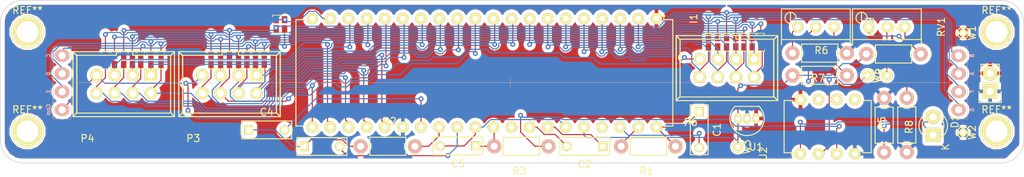
<source format=kicad_pcb>
(kicad_pcb (version 4) (host pcbnew 4.0.2-stable)
  (layers (0 Top mixed) (31 Bottom mixed) (36 B.SilkS user) (37 F.SilkS user) (38 B.Mask user) (39 F.Mask user) (44 Edge.Cuts user))
  (net 0 "")
  (net 1 "Net-(C1-Pad1)")
  (net 2 "Net-(C1-Pad2)")
  (net 3 "Net-(C2-Pad1)")
  (net 4 "Net-(C2-Pad2)")
  (net 5 "Net-(C3-Pad1)")
  (net 6 "Net-(C3-Pad2)")
  (net 7 "Net-(C4-Pad2)")
  (net 8 "Net-(C5-Pad1)")
  (net 9 4VRef)
  (net 10 "Net-(D1-Pad1)")
  (net 11 "Net-(D1-Pad2)")
  (net 12 +9V)
  (net 13 D)
  (net 14 B)
  (net 15 A)
  (net 16 F)
  (net 17 E)
  (net 18 "Net-(I1-Pad20)")
  (net 19 BP)
  (net 20 G)
  (net 21 GND)
  (net 22 "Net-(I1-Pad28)")
  (net 23 "Net-(I1-Pad32)")
  (net 24 +5V)
  (net 25 "Net-(I1-Pad37)")
  (net 26 "Net-(I1-Pad39)")
  (net 27 Vin+)
  (net 28 "Net-(R4-Pad2)")
  (net 29 "Net-(R5-Pad2)")
  (net 30 "Net-(R6-Pad2)")
  (net 31 "Net-(R7-Pad2)")
  (net 32 4.00VRef)
  (net 33 4.01VRef)
  (net 34 "Net-(U2-Pad7)")
  (net 35 D2)
  (net 36 C2)
  (net 37 B2)
  (net 38 A2)
  (net 39 F2)
  (net 40 E2)
  (net 41 D3)
  (net 42 B3)
  (net 43 F3)
  (net 44 E3)
  (net 45 G3)
  (net 46 A3)
  (net 47 C3)
  (net 48 G2)
  (net 49 "Net-(U2-Pad5)")
  (net 50 "Net-(U2-Pad6)")
  (net 51 C)
  (net 52 Thou)
  (net 53 A1)
  (net 54 B1)
  (net 55 D1)
  (net 56 C1)
  (net 57 F1)
  (net 58 G1)
  (net 59 E1)
  (module Connect:PINTST (layer Top) (at 185.1 109 270)
    (fp_text reference W5 (at 0 -1.26746 270) (layer F.SilkS))
    (fp_text value Ref2)
    (pad 1 thru_hole circle (at 0 0 270) (size 1.143 1.143) (drill 0.635) (layers *.Cu *.Mask F.SilkS) (net 33 4.01VRef))
  )
  (module Connect:1pin (layer Top) (at 67.31 102.87)
    (fp_text reference REF** (at 0 -3.048) (layer F.SilkS))
    (fp_text value 1pin)
    (pad 1 thru_hole circle (at 0 0) (size 4.064 4.064) (drill 3.048) (layers *.Cu *.Mask F.SilkS))
  )
  (module Housings_DIP:DIP-40_W15.24mm (layer Top) (at 155.5 101 270)
    (fp_text reference I1 (at 0 -5.22 270) (layer F.SilkS))
    (fp_text value ICL7136CPL)
    (pad 1 thru_hole oval (at 0 0 270) (size 1.6 1.6) (drill 0.8) (layers *.Cu *.Mask F.SilkS) (net 12 +9V))
    (pad 2 thru_hole oval (at 0 2.54 270) (size 1.6 1.6) (drill 0.8) (layers *.Cu *.Mask F.SilkS) (net 55 D1))
    (pad 3 thru_hole oval (at 0 5.08 270) (size 1.6 1.6) (drill 0.8) (layers *.Cu *.Mask F.SilkS) (net 56 C1))
    (pad 4 thru_hole oval (at 0 7.62 270) (size 1.6 1.6) (drill 0.8) (layers *.Cu *.Mask F.SilkS) (net 54 B1))
    (pad 5 thru_hole oval (at 0 10.16 270) (size 1.6 1.6) (drill 0.8) (layers *.Cu *.Mask F.SilkS) (net 53 A1))
    (pad 6 thru_hole oval (at 0 12.7 270) (size 1.6 1.6) (drill 0.8) (layers *.Cu *.Mask F.SilkS) (net 57 F1))
    (pad 7 thru_hole oval (at 0 15.24 270) (size 1.6 1.6) (drill 0.8) (layers *.Cu *.Mask F.SilkS) (net 58 G1))
    (pad 8 thru_hole oval (at 0 17.78 270) (size 1.6 1.6) (drill 0.8) (layers *.Cu *.Mask F.SilkS) (net 59 E1))
    (pad 9 thru_hole oval (at 0 20.32 270) (size 1.6 1.6) (drill 0.8) (layers *.Cu *.Mask F.SilkS) (net 35 D2))
    (pad 10 thru_hole oval (at 0 22.86 270) (size 1.6 1.6) (drill 0.8) (layers *.Cu *.Mask F.SilkS) (net 36 C2))
    (pad 11 thru_hole oval (at 0 25.4 270) (size 1.6 1.6) (drill 0.8) (layers *.Cu *.Mask F.SilkS) (net 37 B2))
    (pad 12 thru_hole oval (at 0 27.94 270) (size 1.6 1.6) (drill 0.8) (layers *.Cu *.Mask F.SilkS) (net 38 A2))
    (pad 13 thru_hole oval (at 0 30.48 270) (size 1.6 1.6) (drill 0.8) (layers *.Cu *.Mask F.SilkS) (net 39 F2))
    (pad 14 thru_hole oval (at 0 33.02 270) (size 1.6 1.6) (drill 0.8) (layers *.Cu *.Mask F.SilkS) (net 40 E2))
    (pad 15 thru_hole oval (at 0 35.56 270) (size 1.6 1.6) (drill 0.8) (layers *.Cu *.Mask F.SilkS) (net 41 D3))
    (pad 16 thru_hole oval (at 0 38.1 270) (size 1.6 1.6) (drill 0.8) (layers *.Cu *.Mask F.SilkS) (net 42 B3))
    (pad 17 thru_hole oval (at 0 40.64 270) (size 1.6 1.6) (drill 0.8) (layers *.Cu *.Mask F.SilkS) (net 43 F3))
    (pad 18 thru_hole oval (at 0 43.18 270) (size 1.6 1.6) (drill 0.8) (layers *.Cu *.Mask F.SilkS) (net 44 E3))
    (pad 19 thru_hole oval (at 0 45.72 270) (size 1.6 1.6) (drill 0.8) (layers *.Cu *.Mask F.SilkS) (net 52 Thou))
    (pad 20 thru_hole oval (at 0 48.26 270) (size 1.6 1.6) (drill 0.8) (layers *.Cu *.Mask F.SilkS) (net 18 "Net-(I1-Pad20)"))
    (pad 21 thru_hole oval (at 15.24 48.26 270) (size 1.6 1.6) (drill 0.8) (layers *.Cu *.Mask F.SilkS) (net 19 BP))
    (pad 22 thru_hole oval (at 15.24 45.72 270) (size 1.6 1.6) (drill 0.8) (layers *.Cu *.Mask F.SilkS) (net 45 G3))
    (pad 23 thru_hole oval (at 15.24 43.18 270) (size 1.6 1.6) (drill 0.8) (layers *.Cu *.Mask F.SilkS) (net 46 A3))
    (pad 24 thru_hole oval (at 15.24 40.64 270) (size 1.6 1.6) (drill 0.8) (layers *.Cu *.Mask F.SilkS) (net 47 C3))
    (pad 25 thru_hole oval (at 15.24 38.1 270) (size 1.6 1.6) (drill 0.8) (layers *.Cu *.Mask F.SilkS) (net 48 G2))
    (pad 26 thru_hole oval (at 15.24 35.56 270) (size 1.6 1.6) (drill 0.8) (layers *.Cu *.Mask F.SilkS) (net 21 GND))
    (pad 27 thru_hole oval (at 15.24 33.02 270) (size 1.6 1.6) (drill 0.8) (layers *.Cu *.Mask F.SilkS) (net 7 "Net-(C4-Pad2)"))
    (pad 28 thru_hole oval (at 15.24 30.48 270) (size 1.6 1.6) (drill 0.8) (layers *.Cu *.Mask F.SilkS) (net 22 "Net-(I1-Pad28)"))
    (pad 29 thru_hole oval (at 15.24 27.94 270) (size 1.6 1.6) (drill 0.8) (layers *.Cu *.Mask F.SilkS) (net 6 "Net-(C3-Pad2)"))
    (pad 30 thru_hole oval (at 15.24 25.4 270) (size 1.6 1.6) (drill 0.8) (layers *.Cu *.Mask F.SilkS) (net 9 4VRef))
    (pad 31 thru_hole oval (at 15.24 22.86 270) (size 1.6 1.6) (drill 0.8) (layers *.Cu *.Mask F.SilkS) (net 8 "Net-(C5-Pad1)"))
    (pad 32 thru_hole oval (at 15.24 20.32 270) (size 1.6 1.6) (drill 0.8) (layers *.Cu *.Mask F.SilkS) (net 23 "Net-(I1-Pad32)"))
    (pad 33 thru_hole oval (at 15.24 17.78 270) (size 1.6 1.6) (drill 0.8) (layers *.Cu *.Mask F.SilkS) (net 4 "Net-(C2-Pad2)"))
    (pad 34 thru_hole oval (at 15.24 15.24 270) (size 1.6 1.6) (drill 0.8) (layers *.Cu *.Mask F.SilkS) (net 3 "Net-(C2-Pad1)"))
    (pad 35 thru_hole oval (at 15.24 12.7 270) (size 1.6 1.6) (drill 0.8) (layers *.Cu *.Mask F.SilkS) (net 9 4VRef))
    (pad 36 thru_hole oval (at 15.24 10.16 270) (size 1.6 1.6) (drill 0.8) (layers *.Cu *.Mask F.SilkS) (net 24 +5V))
    (pad 37 thru_hole oval (at 15.24 7.62 270) (size 1.6 1.6) (drill 0.8) (layers *.Cu *.Mask F.SilkS) (net 25 "Net-(I1-Pad37)"))
    (pad 38 thru_hole oval (at 15.24 5.08 270) (size 1.6 1.6) (drill 0.8) (layers *.Cu *.Mask F.SilkS) (net 2 "Net-(C1-Pad2)"))
    (pad 39 thru_hole oval (at 15.24 2.54 270) (size 1.6 1.6) (drill 0.8) (layers *.Cu *.Mask F.SilkS) (net 26 "Net-(I1-Pad39)"))
    (pad 40 thru_hole oval (at 15.24 0 270) (size 1.6 1.6) (drill 0.8) (layers *.Cu *.Mask F.SilkS) (net 1 "Net-(C1-Pad1)"))
  )
  (module IDC:IDC_Header_Straight_10pins (layer Top) (at 165.3794 107.95 180)
    (fp_text reference P6 (at 5.08 -7.62 180) (layer F.SilkS))
    (fp_text value CONN_02X04)
    (pad 1 thru_hole rect (at -3.81 1.27 180) (size 1.7272 1.7272) (drill 1.016) (layers *.Cu *.Mask F.SilkS) (net 59 E1))
    (pad 2 thru_hole oval (at -3.81 -1.27 180) (size 1.7272 1.7272) (drill 1.016) (layers *.Cu *.Mask F.SilkS) (net 55 D1))
    (pad 3 thru_hole oval (at -1.27 1.27 180) (size 1.7272 1.7272) (drill 1.016) (layers *.Cu *.Mask F.SilkS) (net 57 F1))
    (pad 4 thru_hole oval (at -1.27 -1.27 180) (size 1.7272 1.7272) (drill 1.016) (layers *.Cu *.Mask F.SilkS) (net 56 C1))
    (pad 5 thru_hole oval (at 1.27 1.27 180) (size 1.7272 1.7272) (drill 1.016) (layers *.Cu *.Mask F.SilkS) (net 58 G1))
    (pad 6 thru_hole oval (at 1.27 -1.27 180) (size 1.7272 1.7272) (drill 1.016) (layers *.Cu *.Mask F.SilkS) (net 54 B1))
    (pad 7 thru_hole oval (at 3.81 1.27 180) (size 1.7272 1.7272) (drill 1.016) (layers *.Cu *.Mask F.SilkS) (net 19 BP))
    (pad 8 thru_hole oval (at 3.81 -1.27 180) (size 1.7272 1.7272) (drill 1.016) (layers *.Cu *.Mask F.SilkS) (net 53 A1))
  )
  (module IDC:Net_Tie_SMD (layer Top) (at 99.2632 106.807)
    (fp_text reference P19 hide)
    (fp_text value CONN_02X01 hide)
    (pad 1 smd rect (at 0 0.635) (size 0.75 1) (layers Top) (net 40 E2))
    (pad 2 smd rect (at 0 -0.635) (size 0.75 1) (layers Top) (net 17 E))
  )
  (module IDC:Net_Tie_SMD (layer Top) (at 78.232 106.807)
    (fp_text reference P23 hide)
    (fp_text value CONN_02X01 hide)
    (pad 1 smd rect (at 0 0.635) (size 0.75 1) (layers Top) (net 46 A3))
    (pad 2 smd rect (at 0 -0.635) (size 0.75 1) (layers Top) (net 15 A))
  )
  (module IDC:Net_Tie_SMD (layer Top) (at 80.7974 106.807)
    (fp_text reference P24 hide)
    (fp_text value CONN_02X01 hide)
    (pad 1 smd rect (at 0 0.635) (size 0.75 1) (layers Top) (net 42 B3))
    (pad 2 smd rect (at 0 -0.635) (size 0.75 1) (layers Top) (net 14 B))
  )
  (module IDC:Net_Tie_SMD (layer Top) (at 83.185 106.807)
    (fp_text reference P25 hide)
    (fp_text value CONN_02X01 hide)
    (pad 1 smd rect (at 0 0.635) (size 0.75 1) (layers Top) (net 47 C3))
    (pad 2 smd rect (at 0 -0.635) (size 0.75 1) (layers Top) (net 51 C))
  )
  (module IDC:Net_Tie_SMD (layer Top) (at 86.0298 106.807)
    (fp_text reference P26 hide)
    (fp_text value CONN_02X01 hide)
    (pad 1 smd rect (at 0 0.635) (size 0.75 1) (layers Top) (net 41 D3))
    (pad 2 smd rect (at 0 -0.635) (size 0.75 1) (layers Top) (net 13 D))
  )
  (module IDC:Net_Tie_SMD (layer Top) (at 84.6074 106.807)
    (fp_text reference P27 hide)
    (fp_text value CONN_02X01 hide)
    (pad 1 smd rect (at 0 0.635) (size 0.75 1) (layers Top) (net 44 E3))
    (pad 2 smd rect (at 0 -0.635) (size 0.75 1) (layers Top) (net 17 E))
  )
  (module IDC:Net_Tie_SMD (layer Top) (at 82.0166 106.807)
    (fp_text reference P28 hide)
    (fp_text value CONN_02X01 hide)
    (pad 1 smd rect (at 0 0.635) (size 0.75 1) (layers Top) (net 43 F3))
    (pad 2 smd rect (at 0 -0.635) (size 0.75 1) (layers Top) (net 16 F))
  )
  (module IDC:Net_Tie_SMD (layer Top) (at 79.502 106.807)
    (fp_text reference P29 hide)
    (fp_text value CONN_02X01 hide)
    (pad 1 smd rect (at 0 0.635) (size 0.75 1) (layers Top) (net 45 G3))
    (pad 2 smd rect (at 0 -0.635) (size 0.75 1) (layers Top) (net 20 G))
  )
  (module IDC:Net_Tie_SMD (layer Top) (at 93.0402 106.807)
    (fp_text reference P15 hide)
    (fp_text value CONN_02X01 hide)
    (pad 1 smd rect (at 0 0.635) (size 0.75 1) (layers Top) (net 38 A2))
    (pad 2 smd rect (at 0 -0.635) (size 0.75 1) (layers Top) (net 15 A))
  )
  (module IDC:Net_Tie_SMD (layer Top) (at 95.631 106.807)
    (fp_text reference P16 hide)
    (fp_text value CONN_02X01 hide)
    (pad 1 smd rect (at 0 0.635) (size 0.75 1) (layers Top) (net 37 B2))
    (pad 2 smd rect (at 0 -0.635) (size 0.75 1) (layers Top) (net 14 B))
  )
  (module IDC:Net_Tie_SMD (layer Top) (at 98.0694 106.807)
    (fp_text reference P17 hide)
    (fp_text value CONN_02X01 hide)
    (pad 1 smd rect (at 0 0.635) (size 0.75 1) (layers Top) (net 36 C2))
    (pad 2 smd rect (at 0 -0.635) (size 0.75 1) (layers Top) (net 51 C))
  )
  (module IDC:Net_Tie_SMD (layer Top) (at 100.5078 106.7816)
    (fp_text reference P18 hide)
    (fp_text value CONN_02X01 hide)
    (pad 1 smd rect (at 0 0.635) (size 0.75 1) (layers Top) (net 35 D2))
    (pad 2 smd rect (at 0 -0.635) (size 0.75 1) (layers Top) (net 13 D))
  )
  (module IDC:Net_Tie_SMD (layer Top) (at 96.901 106.807)
    (fp_text reference P20 hide)
    (fp_text value CONN_02X01 hide)
    (pad 1 smd rect (at 0 0.635) (size 0.75 1) (layers Top) (net 39 F2))
    (pad 2 smd rect (at 0 -0.635) (size 0.75 1) (layers Top) (net 16 F))
  )
  (module IDC:Net_Tie_SMD (layer Top) (at 94.3864 106.807)
    (fp_text reference P21 hide)
    (fp_text value CONN_02X01 hide)
    (pad 1 smd rect (at 0 0.635) (size 0.75 1) (layers Top) (net 48 G2))
    (pad 2 smd rect (at 0 -0.635) (size 0.75 1) (layers Top) (net 20 G))
  )
  (module IDC:Net_Tie_SMD (layer Top) (at 102.1842 101.7778 180)
    (fp_text reference P14 hide)
    (fp_text value CONN_02X01 hide)
    (pad 1 smd rect (at 0 0.635 180) (size 0.75 1) (layers Top) (net 52 Thou))
    (pad 2 smd rect (at 0 -0.635 180) (size 0.75 1) (layers Top) (net 14 B))
  )
  (module IDC:Net_Tie_SMD (layer Top) (at 103.3526 101.7778 180)
    (fp_text reference P22 hide)
    (fp_text value CONN_02X01 hide)
    (pad 1 smd rect (at 0 0.635 180) (size 0.75 1) (layers Top) (net 52 Thou))
    (pad 2 smd rect (at 0 -0.635 180) (size 0.75 1) (layers Top) (net 51 C))
  )
  (module IDC:Net_Tie_SMD (layer Top) (at 162.7886 104.3178)
    (fp_text reference P7 hide)
    (fp_text value CONN_02X01 hide)
    (pad 1 smd rect (at 0 0.635) (size 0.75 1) (layers Top) (net 53 A1))
    (pad 2 smd rect (at 0 -0.635) (size 0.75 1) (layers Top) (net 15 A))
  )
  (module IDC:Net_Tie_SMD (layer Top) (at 165.3286 104.3178)
    (fp_text reference P8 hide)
    (fp_text value CONN_02X01 hide)
    (pad 1 smd rect (at 0 0.635) (size 0.75 1) (layers Top) (net 54 B1))
    (pad 2 smd rect (at 0 -0.635) (size 0.75 1) (layers Top) (net 14 B))
  )
  (module IDC:Net_Tie_SMD (layer Top) (at 167.767 104.3178)
    (fp_text reference P9 hide)
    (fp_text value CONN_02X01 hide)
    (pad 1 smd rect (at 0 0.635) (size 0.75 1) (layers Top) (net 56 C1))
    (pad 2 smd rect (at 0 -0.635) (size 0.75 1) (layers Top) (net 51 C))
  )
  (module IDC:Net_Tie_SMD (layer Top) (at 170.1292 104.3178)
    (fp_text reference P10 hide)
    (fp_text value CONN_02X01 hide)
    (pad 1 smd rect (at 0 0.635) (size 0.75 1) (layers Top) (net 55 D1))
    (pad 2 smd rect (at 0 -0.635) (size 0.75 1) (layers Top) (net 13 D))
  )
  (module IDC:Net_Tie_SMD (layer Top) (at 168.9354 104.3178)
    (fp_text reference P11 hide)
    (fp_text value CONN_02X01 hide)
    (pad 1 smd rect (at 0 0.635) (size 0.75 1) (layers Top) (net 59 E1))
    (pad 2 smd rect (at 0 -0.635) (size 0.75 1) (layers Top) (net 17 E))
  )
  (module IDC:Net_Tie_SMD (layer Top) (at 166.624 104.3178)
    (fp_text reference P12 hide)
    (fp_text value CONN_02X01 hide)
    (pad 1 smd rect (at 0 0.635) (size 0.75 1) (layers Top) (net 57 F1))
    (pad 2 smd rect (at 0 -0.635) (size 0.75 1) (layers Top) (net 16 F))
  )
  (module IDC:Net_Tie_SMD (layer Top) (at 164.084 104.3178)
    (fp_text reference P13 hide)
    (fp_text value CONN_02X01 hide)
    (pad 1 smd rect (at 0 0.635) (size 0.75 1) (layers Top) (net 58 G1))
    (pad 2 smd rect (at 0 -0.635) (size 0.75 1) (layers Top) (net 20 G))
  )
  (module TO_SOT_Packages_THT:TO-92_Inline_Narrow_Oval (layer Top) (at 169.4688 115.0366 180)
    (fp_text reference U1 (at 0 -4 180) (layer F.SilkS))
    (fp_text value LT1460GIZ-5)
    (pad 2 thru_hole oval (at 1.27 0) (size 0.89916 1.50114) (drill 0.6) (layers *.Cu *.Mask F.SilkS) (net 21 GND))
    (pad 3 thru_hole oval (at 2.54 0) (size 0.89916 1.50114) (drill 0.6) (layers *.Cu *.Mask F.SilkS) (net 24 +5V))
    (pad 1 thru_hole oval (at 0 0) (size 0.89916 1.50114) (drill 0.6) (layers *.Cu *.Mask F.SilkS) (net 12 +9V))
  )
  (module Housings_DIP:DIP-8_W7.62mm (layer Top) (at 175.6918 119.9896 90)
    (fp_text reference U2 (at 0 -5.22 90) (layer F.SilkS))
    (fp_text value TS912IN)
    (pad 1 thru_hole oval (at 0 0 90) (size 1.6 1.6) (drill 0.8) (layers *.Cu *.Mask F.SilkS) (net 11 "Net-(D1-Pad2)"))
    (pad 2 thru_hole oval (at 0 2.54 90) (size 1.6 1.6) (drill 0.8) (layers *.Cu *.Mask F.SilkS) (net 33 4.01VRef))
    (pad 3 thru_hole oval (at 0 5.08 90) (size 1.6 1.6) (drill 0.8) (layers *.Cu *.Mask F.SilkS) (net 27 Vin+))
    (pad 4 thru_hole oval (at 0 7.62 90) (size 1.6 1.6) (drill 0.8) (layers *.Cu *.Mask F.SilkS) (net 21 GND))
    (pad 5 thru_hole oval (at 7.62 7.62 90) (size 1.6 1.6) (drill 0.8) (layers *.Cu *.Mask F.SilkS) (net 49 "Net-(U2-Pad5)"))
    (pad 6 thru_hole oval (at 7.62 5.08 90) (size 1.6 1.6) (drill 0.8) (layers *.Cu *.Mask F.SilkS) (net 50 "Net-(U2-Pad6)"))
    (pad 7 thru_hole oval (at 7.62 2.54 90) (size 1.6 1.6) (drill 0.8) (layers *.Cu *.Mask F.SilkS) (net 34 "Net-(U2-Pad7)"))
    (pad 8 thru_hole oval (at 7.62 0 90) (size 1.6 1.6) (drill 0.8) (layers *.Cu *.Mask F.SilkS) (net 12 +9V))
  )
  (module Connect:PINTST (layer Top) (at 187.8076 109 90)
    (fp_text reference W4 (at 0 -1.26746 90) (layer F.SilkS))
    (fp_text value Ref1)
    (pad 1 thru_hole circle (at 0 0 90) (size 1.143 1.143) (drill 0.635) (layers *.Cu *.Mask F.SilkS) (net 32 4.00VRef))
  )
  (module Connect:PINTST (layer Top) (at 166.9034 119.0244 270)
    (fp_text reference W3 (at 0 -1.26746 270) (layer F.SilkS))
    (fp_text value 5V)
    (pad 1 thru_hole circle (at 0 0 270) (size 1.143 1.143) (drill 0.635) (layers *.Cu *.Mask F.SilkS) (net 24 +5V))
  )
  (module Connect:PINTST (layer Top) (at 198.5 117 270)
    (fp_text reference W2 (at 0 -1.26746 270) (layer F.SilkS))
    (fp_text value GND)
    (pad 1 thru_hole circle (at 0 0 270) (size 1.143 1.143) (drill 0.635) (layers *.Cu *.Mask F.SilkS) (net 21 GND))
  )
  (module Connect:PINTST (layer Top) (at 198.5 103 270)
    (fp_text reference W1 (at 0 -1.26746 270) (layer F.SilkS))
    (fp_text value 9V)
    (pad 1 thru_hole circle (at 0 0 270) (size 1.143 1.143) (drill 0.635) (layers *.Cu *.Mask F.SilkS) (net 12 +9V))
  )
  (module Potentiometers:Potentiometer_Bourns_3296W_3-8Zoll_Inline_ScrewUp (layer Top) (at 175.3108 102.1588 270)
    (fp_text reference RV2 (at 0 -10.16 270) (layer F.SilkS))
    (fp_text value 10k)
    (pad 2 thru_hole circle (at 0 -2.54 270) (size 1.524 1.524) (drill 0.8128) (layers *.Cu *.Mask F.SilkS) (net 33 4.01VRef))
    (pad 3 thru_hole circle (at 0 -5.08 270) (size 1.524 1.524) (drill 0.8128) (layers *.Cu *.Mask F.SilkS) (net 30 "Net-(R6-Pad2)"))
    (pad 1 thru_hole circle (at 0 0 270) (size 1.524 1.524) (drill 0.8128) (layers *.Cu *.Mask F.SilkS) (net 31 "Net-(R7-Pad2)"))
  )
  (module Resistors_ThroughHole:Resistor_Horizontal_RM7mm (layer Top) (at 187.4266 112.1664 270)
    (fp_text reference R8 (at 4.05892 -3.50012 270) (layer F.SilkS))
    (fp_text value 820)
    (pad 1 thru_hole circle (at 0 0 270) (size 1.99898 1.99898) (drill 1.00076) (layers *.Cu *.SilkS *.Mask) (net 21 GND))
    (pad 2 thru_hole circle (at 7.62 0 270) (size 1.99898 1.99898) (drill 1.00076) (layers *.Cu *.SilkS *.Mask) (net 10 "Net-(D1-Pad1)"))
  )
  (module Resistors_ThroughHole:Resistor_Horizontal_RM7mm (layer Top) (at 182.1942 105.8418 180)
    (fp_text reference R7 (at 4.05892 -3.50012 180) (layer F.SilkS))
    (fp_text value 180k)
    (pad 1 thru_hole circle (at 0 0 180) (size 1.99898 1.99898) (drill 1.00076) (layers *.Cu *.SilkS *.Mask) (net 21 GND))
    (pad 2 thru_hole circle (at 7.62 0 180) (size 1.99898 1.99898) (drill 1.00076) (layers *.Cu *.SilkS *.Mask) (net 31 "Net-(R7-Pad2)"))
  )
  (module Resistors_ThroughHole:Resistor_Horizontal_RM7mm (layer Top) (at 174.5742 108.966)
    (fp_text reference R6 (at 4.05892 -3.50012) (layer F.SilkS))
    (fp_text value 39k)
    (pad 1 thru_hole circle (at 0 0) (size 1.99898 1.99898) (drill 1.00076) (layers *.Cu *.SilkS *.Mask) (net 24 +5V))
    (pad 2 thru_hole circle (at 7.62 0) (size 1.99898 1.99898) (drill 1.00076) (layers *.Cu *.SilkS *.Mask) (net 30 "Net-(R6-Pad2)"))
  )
  (module Resistors_ThroughHole:Resistor_Horizontal_RM7mm (layer Top) (at 190.6016 119.761 90)
    (fp_text reference R5 (at 4.05892 -3.50012 90) (layer F.SilkS))
    (fp_text value 180k)
    (pad 1 thru_hole circle (at 0 0 90) (size 1.99898 1.99898) (drill 1.00076) (layers *.Cu *.SilkS *.Mask) (net 21 GND))
    (pad 2 thru_hole circle (at 7.62 0 90) (size 1.99898 1.99898) (drill 1.00076) (layers *.Cu *.SilkS *.Mask) (net 29 "Net-(R5-Pad2)"))
  )
  (module Resistors_ThroughHole:Resistor_Horizontal_RM7mm (layer Top) (at 184.9374 105.9688)
    (fp_text reference R4 (at 4.05892 -3.50012) (layer F.SilkS))
    (fp_text value 39k)
    (pad 1 thru_hole circle (at 0 0) (size 1.99898 1.99898) (drill 1.00076) (layers *.Cu *.SilkS *.Mask) (net 24 +5V))
    (pad 2 thru_hole circle (at 7.62 0) (size 1.99898 1.99898) (drill 1.00076) (layers *.Cu *.SilkS *.Mask) (net 28 "Net-(R4-Pad2)"))
  )
  (module Resistors_ThroughHole:Resistor_Horizontal_RM7mm (layer Top) (at 140.3604 118.9482 180)
    (fp_text reference R3 (at 4.05892 -3.50012 180) (layer F.SilkS))
    (fp_text value 1M)
    (pad 1 thru_hole circle (at 0 0 180) (size 1.99898 1.99898) (drill 1.00076) (layers *.Cu *.SilkS *.Mask) (net 27 Vin+))
    (pad 2 thru_hole circle (at 7.62 0 180) (size 1.99898 1.99898) (drill 1.00076) (layers *.Cu *.SilkS *.Mask) (net 8 "Net-(C5-Pad1)"))
  )
  (module Resistors_ThroughHole:Resistor_Horizontal_RM7mm (layer Top) (at 114.0206 118.9482)
    (fp_text reference R2 (at 4.05892 -3.50012) (layer F.SilkS))
    (fp_text value 1.8M)
    (pad 1 thru_hole circle (at 0 0) (size 1.99898 1.99898) (drill 1.00076) (layers *.Cu *.SilkS *.Mask) (net 5 "Net-(C3-Pad1)"))
    (pad 2 thru_hole circle (at 7.62 0) (size 1.99898 1.99898) (drill 1.00076) (layers *.Cu *.SilkS *.Mask) (net 22 "Net-(I1-Pad28)"))
  )
  (module Resistors_ThroughHole:Resistor_Horizontal_RM7mm (layer Top) (at 158.1658 118.9482 180)
    (fp_text reference R1 (at 4.05892 -3.50012 180) (layer F.SilkS))
    (fp_text value 180k)
    (pad 1 thru_hole circle (at 0 0 180) (size 1.99898 1.99898) (drill 1.00076) (layers *.Cu *.SilkS *.Mask) (net 1 "Net-(C1-Pad1)"))
    (pad 2 thru_hole circle (at 7.62 0 180) (size 1.99898 1.99898) (drill 1.00076) (layers *.Cu *.SilkS *.Mask) (net 26 "Net-(I1-Pad39)"))
  )
  (module Pin_Headers:Pin_Header_Straight_1x02 (layer Top) (at 202.2856 111.2266 180)
    (fp_text reference P1 (at 0 -5.1 180) (layer F.SilkS))
    (fp_text value CONN_01X02)
    (pad 1 thru_hole rect (at 0 0 180) (size 2.032 2.032) (drill 1.016) (layers *.Cu *.Mask F.SilkS) (net 21 GND))
    (pad 2 thru_hole oval (at 0 2.54 180) (size 2.032 2.032) (drill 1.016) (layers *.Cu *.Mask F.SilkS) (net 12 +9V))
  )
  (module LEDs:LED-3MM (layer Top) (at 194.2846 117.348 90)
    (fp_text reference D1 (at 1.91 3.06 90) (layer F.SilkS))
    (fp_text value LED)
    (fp_text user K (at -1.69 1.74 90) (layer F.SilkS))
    (pad 1 thru_hole rect (at 0 0 180) (size 2 2) (drill 1.00076) (layers *.Cu *.Mask F.SilkS) (net 10 "Net-(D1-Pad1)"))
    (pad 2 thru_hole circle (at 2.54 0 90) (size 2 2) (drill 1.00076) (layers *.Cu *.Mask F.SilkS) (net 11 "Net-(D1-Pad2)"))
  )
  (module Capacitors_ThroughHole:C_Rect_L7_W2.5_P5 (layer Top) (at 130.175 118.8974 180)
    (fp_text reference C5 (at 2.5 -2.5 180) (layer F.SilkS))
    (fp_text value 0.01uF)
    (pad 1 thru_hole rect (at 0 0 180) (size 1.3 1.3) (drill 0.8) (layers *.Cu *.Mask F.SilkS) (net 8 "Net-(C5-Pad1)"))
    (pad 2 thru_hole circle (at 5 0 180) (size 1.3 1.3) (drill 0.8) (layers *.Cu *.Mask F.SilkS) (net 9 4VRef))
  )
  (module Capacitors_ThroughHole:C_Rect_L7_W2.5_P5 (layer Top) (at 98.3488 116.6368)
    (fp_text reference C4 (at 2.5 -2.5) (layer F.SilkS))
    (fp_text value 0.047u)
    (pad 1 thru_hole rect (at 0 0) (size 1.3 1.3) (drill 0.8) (layers *.Cu *.Mask F.SilkS) (net 5 "Net-(C3-Pad1)"))
    (pad 2 thru_hole circle (at 5 0) (size 1.3 1.3) (drill 0.8) (layers *.Cu *.Mask F.SilkS) (net 7 "Net-(C4-Pad2)"))
  )
  (module Capacitors_ThroughHole:C_Rect_L7_W2.5_P5 (layer Top) (at 106.0958 118.9736)
    (fp_text reference C3 (at 2.5 -2.5) (layer F.SilkS))
    (fp_text value 0.01u)
    (pad 1 thru_hole rect (at 0 0) (size 1.3 1.3) (drill 0.8) (layers *.Cu *.Mask F.SilkS) (net 5 "Net-(C3-Pad1)"))
    (pad 2 thru_hole circle (at 5 0) (size 1.3 1.3) (drill 0.8) (layers *.Cu *.Mask F.SilkS) (net 6 "Net-(C3-Pad2)"))
  )
  (module Capacitors_ThroughHole:C_Rect_L7_W2.5_P5 (layer Top) (at 147.955 118.9482 180)
    (fp_text reference C2 (at 2.5 -2.5 180) (layer F.SilkS))
    (fp_text value 0.1uF)
    (pad 1 thru_hole rect (at 0 0 180) (size 1.3 1.3) (drill 0.8) (layers *.Cu *.Mask F.SilkS) (net 3 "Net-(C2-Pad1)"))
    (pad 2 thru_hole circle (at 5 0 180) (size 1.3 1.3) (drill 0.8) (layers *.Cu *.Mask F.SilkS) (net 4 "Net-(C2-Pad2)"))
  )
  (module Capacitors_ThroughHole:C_Rect_L7_W2.5_P5 (layer Top) (at 161.4932 114.1222 270)
    (fp_text reference C1 (at 2.5 -2.5 270) (layer F.SilkS))
    (fp_text value 50pF)
    (pad 1 thru_hole rect (at 0 0 270) (size 1.3 1.3) (drill 0.8) (layers *.Cu *.Mask F.SilkS) (net 1 "Net-(C1-Pad1)"))
    (pad 2 thru_hole circle (at 5 0 270) (size 1.3 1.3) (drill 0.8) (layers *.Cu *.Mask F.SilkS) (net 2 "Net-(C1-Pad2)"))
  )
  (module Potentiometers:Potentiometer_Bourns_3296W_3-8Zoll_Inline_ScrewUp (layer Top) (at 185.2676 102.1588 270)
    (fp_text reference RV1 (at 0 -10.16 270) (layer F.SilkS))
    (fp_text value 10k)
    (pad 2 thru_hole circle (at 0 -2.54 270) (size 1.524 1.524) (drill 0.8128) (layers *.Cu *.Mask F.SilkS) (net 32 4.00VRef))
    (pad 3 thru_hole circle (at 0 -5.08 270) (size 1.524 1.524) (drill 0.8128) (layers *.Cu *.Mask F.SilkS) (net 28 "Net-(R4-Pad2)"))
    (pad 1 thru_hole circle (at 0 0 270) (size 1.524 1.524) (drill 0.8128) (layers *.Cu *.Mask F.SilkS) (net 29 "Net-(R5-Pad2)"))
  )
  (module IDC:IDC_Header_Straight_10pins (layer Top) (at 95.631 110.2106 180)
    (fp_text reference P3 (at 5.08 -7.62 180) (layer F.SilkS))
    (fp_text value CONN_02X04)
    (pad 1 thru_hole rect (at -3.81 1.27 180) (size 1.7272 1.7272) (drill 1.016) (layers *.Cu *.Mask F.SilkS) (net 40 E2))
    (pad 2 thru_hole oval (at -3.81 -1.27 180) (size 1.7272 1.7272) (drill 1.016) (layers *.Cu *.Mask F.SilkS) (net 35 D2))
    (pad 3 thru_hole oval (at -1.27 1.27 180) (size 1.7272 1.7272) (drill 1.016) (layers *.Cu *.Mask F.SilkS) (net 39 F2))
    (pad 4 thru_hole oval (at -1.27 -1.27 180) (size 1.7272 1.7272) (drill 1.016) (layers *.Cu *.Mask F.SilkS) (net 36 C2))
    (pad 5 thru_hole oval (at 1.27 1.27 180) (size 1.7272 1.7272) (drill 1.016) (layers *.Cu *.Mask F.SilkS) (net 48 G2))
    (pad 6 thru_hole oval (at 1.27 -1.27 180) (size 1.7272 1.7272) (drill 1.016) (layers *.Cu *.Mask F.SilkS) (net 37 B2))
    (pad 7 thru_hole oval (at 3.81 1.27 180) (size 1.7272 1.7272) (drill 1.016) (layers *.Cu *.Mask F.SilkS) (net 19 BP))
    (pad 8 thru_hole oval (at 3.81 -1.27 180) (size 1.7272 1.7272) (drill 1.016) (layers *.Cu *.Mask F.SilkS) (net 38 A2))
  )
  (module IDC:IDC_Header_Straight_10pins (layer Top) (at 80.7974 110.2106 180)
    (fp_text reference P4 (at 5.08 -7.62 180) (layer F.SilkS))
    (fp_text value CONN_02X04)
    (pad 1 thru_hole rect (at -3.81 1.27 180) (size 1.7272 1.7272) (drill 1.016) (layers *.Cu *.Mask F.SilkS) (net 44 E3))
    (pad 2 thru_hole oval (at -3.81 -1.27 180) (size 1.7272 1.7272) (drill 1.016) (layers *.Cu *.Mask F.SilkS) (net 41 D3))
    (pad 3 thru_hole oval (at -1.27 1.27 180) (size 1.7272 1.7272) (drill 1.016) (layers *.Cu *.Mask F.SilkS) (net 43 F3))
    (pad 4 thru_hole oval (at -1.27 -1.27 180) (size 1.7272 1.7272) (drill 1.016) (layers *.Cu *.Mask F.SilkS) (net 47 C3))
    (pad 5 thru_hole oval (at 1.27 1.27 180) (size 1.7272 1.7272) (drill 1.016) (layers *.Cu *.Mask F.SilkS) (net 45 G3))
    (pad 6 thru_hole oval (at 1.27 -1.27 180) (size 1.7272 1.7272) (drill 1.016) (layers *.Cu *.Mask F.SilkS) (net 42 B3))
    (pad 7 thru_hole oval (at 3.81 1.27 180) (size 1.7272 1.7272) (drill 1.016) (layers *.Cu *.Mask F.SilkS) (net 19 BP))
    (pad 8 thru_hole oval (at 3.81 -1.27 180) (size 1.7272 1.7272) (drill 1.016) (layers *.Cu *.Mask F.SilkS) (net 46 A3))
  )
  (module IDC:LCD-S101D40TR (layer Bottom) (at 135 110 90)
    (fp_text reference LCD1 hide)
    (fp_text value LCD-S101D40TR)
    (fp_text user G (at -3.81 64.77 90) (layer B.SilkS) (effects (font (size 0.5 0.5) (thickness 0.125)) (justify mirror)))
    (fp_text user F (at -1.27 64.77 90) (layer B.SilkS) (effects (font (size 0.5 0.5) (thickness 0.125)) (justify mirror)))
    (fp_text user A (at 1.27 64.77 90) (layer B.SilkS) (effects (font (size 0.5 0.5) (thickness 0.125)) (justify mirror)))
    (fp_text user B (at 3.81 64.77 90) (layer B.SilkS) (effects (font (size 0.5 0.5) (thickness 0.125)) (justify mirror)))
    (fp_text user C (at 3.81 -64.77 90) (layer B.SilkS) (effects (font (size 0.5 0.5) (thickness 0.125)) (justify mirror)))
    (fp_text user D (at 1.27 -64.77 90) (layer B.SilkS) (effects (font (size 0.5 0.5) (thickness 0.125)) (justify mirror)))
    (fp_text user E (at -1.27 -64.77 90) (layer B.SilkS) (effects (font (size 0.5 0.5) (thickness 0.125)) (justify mirror)))
    (fp_text user Com (at -3.81 -64.77 90) (layer B.SilkS) (effects (font (size 0.5 0.5) (thickness 0.125)) (justify mirror)))
    (pad 8 thru_hole oval (at -3.81 62.865) (size 2.032 1.7272) (drill 1.016) (layers *.Cu *.SilkS *.Mask) (net 20 G))
    (pad 7 thru_hole oval (at -1.27 62.865) (size 2.032 1.7272) (drill 1.016) (layers *.Cu *.Mask B.SilkS) (net 16 F))
    (pad 6 thru_hole oval (at 1.27 62.865) (size 2.032 1.7272) (drill 1.016) (layers *.Cu *.Mask B.SilkS) (net 15 A))
    (pad 5 thru_hole oval (at 3.81 62.865) (size 2.032 1.7272) (drill 1.016) (layers *.Cu *.Mask B.SilkS) (net 14 B))
    (pad 4 thru_hole oval (at 3.81 -62.84) (size 2.032 1.7272) (drill 1.016) (layers *.Cu *.Mask B.SilkS) (net 51 C))
    (pad 3 thru_hole oval (at 1.27 -62.84) (size 2.032 1.7272) (drill 1.016) (layers *.Cu *.Mask B.SilkS) (net 13 D))
    (pad 2 thru_hole oval (at -1.27 -62.84) (size 2.032 1.7272) (drill 1.016) (layers *.Cu *.Mask B.SilkS) (net 17 E))
    (pad 1 thru_hole oval (at -3.81 -62.84) (size 2.032 1.7272) (drill 1.016) (layers *.Cu *.SilkS *.Mask) (net 19 BP))
    (pad 1 thru_hole oval (at -3.81 -62.84) (size 2.032 1.7272) (drill 1.016) (layers *.Cu *.SilkS *.Mask) (net 19 BP))
    (pad 2 thru_hole oval (at -1.27 -62.84) (size 2.032 1.7272) (drill 1.016) (layers *.Cu *.Mask B.SilkS) (net 17 E))
    (pad 3 thru_hole oval (at 1.27 -62.84) (size 2.032 1.7272) (drill 1.016) (layers *.Cu *.Mask B.SilkS) (net 13 D))
    (pad 4 thru_hole oval (at 3.81 -62.84) (size 2.032 1.7272) (drill 1.016) (layers *.Cu *.Mask B.SilkS) (net 51 C))
  )
  (module Connect:1pin (layer Top) (at 203.2 102.87)
    (fp_text reference REF** (at 0 -3.048) (layer F.SilkS))
    (fp_text value 1pin)
    (pad 1 thru_hole circle (at 0 0) (size 4.064 4.064) (drill 3.048) (layers *.Cu *.Mask F.SilkS))
  )
  (module Connect:1pin (layer Top) (at 203.2 116.84)
    (fp_text reference REF** (at 0 -3.048) (layer F.SilkS))
    (fp_text value 1pin)
    (pad 1 thru_hole circle (at 0 0) (size 4.064 4.064) (drill 3.048) (layers *.Cu *.Mask F.SilkS))
  )
  (module Connect:1pin (layer Top) (at 67.31 116.84)
    (fp_text reference REF** (at 0 -3.048) (layer F.SilkS))
    (fp_text value 1pin)
    (pad 1 thru_hole circle (at 0 0) (size 4.064 4.064) (drill 3.048) (layers *.Cu *.Mask F.SilkS))
  )
  (gr_line (start 63.5 117.475) (end 63.5 118.11) (angle 90) (layer Edge.Cuts) (width 0.1))
  (gr_line (start 63.5 102.235) (end 63.5 101.6) (angle 90) (layer Edge.Cuts) (width 0.1))
  (gr_line (start 207.01 118.11) (end 207.01 101.6) (angle 90) (layer Edge.Cuts) (width 0.1))
  (gr_line (start 66.675 121.285) (end 203.835 121.285) (angle 90) (layer Edge.Cuts) (width 0.1))
  (gr_arc (start 203.835 101.6) (end 203.835 98.425) (angle 90) (layer Edge.Cuts) (width 0.1))
  (gr_arc (start 203.835 118.11) (end 207.01 118.11) (angle 90) (layer Edge.Cuts) (width 0.1))
  (gr_arc (start 66.675 101.6) (end 63.5 101.6) (angle 90) (layer Edge.Cuts) (width 0.1))
  (gr_arc (start 66.675 118.11) (end 66.675 121.285) (angle 90) (layer Edge.Cuts) (width 0.1))
  (gr_line (start 63.5 102.235) (end 63.5 117.475) (angle 90) (layer Edge.Cuts) (width 0.1))
  (gr_line (start 203.835 98.425) (end 66.675 98.425) (angle 90) (layer Edge.Cuts) (width 0.1))
  (segment (start 155.5 116.24) (end 159.3754 116.24) (width 0.1524) (layer Top) (net 1))
  (segment (start 159.3754 116.24) (end 161.4932 114.1222) (width 0.1524) (layer Top) (net 1))
  (segment (start 155.5 116.24) (end 155.5 116.2824) (width 0.1524) (layer Top) (net 1))
  (segment (start 155.5 116.2824) (end 158.1658 118.9482) (width 0.1524) (layer Top) (net 1))
  (segment (start 150.42 116.24) (end 150.42 116.2824) (width 0.1524) (layer Bottom) (net 2))
  (segment (start 150.42 116.2824) (end 151.536398 117.398798) (width 0.1524) (layer Bottom) (net 2))
  (segment (start 161.4932 117.1194) (end 161.4932 119.1222) (width 0.1524) (layer Top) (net 2))
  (via (at 161.4932 117.1194) (size 0.6858) (drill 0.3302) (layers Top Bottom) (net 2))
  (segment (start 161.213802 117.398798) (end 161.4932 117.1194) (width 0.1524) (layer Bottom) (net 2))
  (segment (start 151.536398 117.398798) (end 161.213802 117.398798) (width 0.1524) (layer Bottom) (net 2))
  (segment (start 150.0028 116.24) (end 150.42 116.24) (width 0.1524) (layer Top) (net 2))
  (segment (start 140.26 116.24) (end 141.259 116.24) (width 0.1524) (layer Top) (net 3))
  (segment (start 146.304 117.2972) (end 147.955 118.9482) (width 0.1524) (layer Top) (net 3))
  (segment (start 142.3162 117.2972) (end 146.304 117.2972) (width 0.1524) (layer Top) (net 3))
  (segment (start 141.259 116.24) (end 142.3162 117.2972) (width 0.1524) (layer Top) (net 3))
  (segment (start 147.9296 119.3546) (end 147.9296 118.3132) (width 0.1524) (layer Top) (net 3))
  (segment (start 137.72 116.24) (end 138.7444 116.24) (width 0.1524) (layer Top) (net 4))
  (segment (start 141.2786 117.2718) (end 142.955 118.9482) (width 0.1524) (layer Top) (net 4))
  (segment (start 139.7762 117.2718) (end 141.2786 117.2718) (width 0.1524) (layer Top) (net 4))
  (segment (start 138.7444 116.24) (end 139.7762 117.2718) (width 0.1524) (layer Top) (net 4))
  (segment (start 114.0206 118.9482) (end 112.3696 118.9482) (width 0.1524) (layer Top) (net 5))
  (segment (start 107.0356 118.0338) (end 106.0958 118.9736) (width 0.1524) (layer Top) (net 5))
  (segment (start 111.4552 118.0338) (end 107.0356 118.0338) (width 0.1524) (layer Top) (net 5))
  (segment (start 112.3696 118.9482) (end 111.4552 118.0338) (width 0.1524) (layer Top) (net 5))
  (segment (start 98.3488 116.6368) (end 102.0572 116.6368) (width 0.1524) (layer Bottom) (net 5))
  (segment (start 104.394 118.9736) (end 106.0958 118.9736) (width 0.1524) (layer Bottom) (net 5))
  (segment (start 102.0572 116.6368) (end 104.394 118.9736) (width 0.1524) (layer Bottom) (net 5))
  (segment (start 111.0958 118.9736) (end 111.0958 119.2492) (width 0.1524) (layer Top) (net 6))
  (segment (start 111.0958 119.2492) (end 112.1156 120.269) (width 0.1524) (layer Top) (net 6))
  (segment (start 112.1156 120.269) (end 126.238 120.269) (width 0.1524) (layer Top) (net 6))
  (via (at 126.238 120.269) (size 0.6858) (drill 0.3302) (layers Top Bottom) (net 6))
  (segment (start 126.238 120.269) (end 127.56 118.947) (width 0.1524) (layer Bottom) (net 6))
  (segment (start 127.56 118.947) (end 127.56 116.24) (width 0.1524) (layer Bottom) (net 6))
  (segment (start 127.56 116.24) (end 126.7872 116.24) (width 0.1524) (layer Bottom) (net 6))
  (segment (start 127.734 116.62) (end 127.734 115.923) (width 0.1524) (layer Top) (net 6))
  (segment (start 122.48 116.24) (end 122.48 112.29) (width 0.1524) (layer Top) (net 7))
  (segment (start 107.7256 112.26) (end 103.3488 116.6368) (width 0.1524) (layer Bottom) (net 7))
  (segment (start 122.49 112.26) (end 107.7256 112.26) (width 0.1524) (layer Bottom) (net 7))
  (segment (start 122.5 112.27) (end 122.49 112.26) (width 0.1524) (layer Bottom) (net 7))
  (via (at 122.5 112.27) (size 0.6858) (drill 0.3302) (layers Top Bottom) (net 7))
  (segment (start 122.48 112.29) (end 122.5 112.27) (width 0.1524) (layer Top) (net 7))
  (segment (start 122.48 116.24) (end 122.0312 116.24) (width 0.1524) (layer Bottom) (net 7))
  (segment (start 122.654 116.62) (end 122.654 115.9738) (width 0.1524) (layer Top) (net 7))
  (segment (start 132.7404 118.9482) (end 130.2258 118.9482) (width 0.1524) (layer Top) (net 8))
  (segment (start 130.2258 118.9482) (end 130.175 118.8974) (width 0.1524) (layer Top) (net 8))
  (segment (start 132.7404 118.9482) (end 132.7404 116.3404) (width 0.1524) (layer Top) (net 8))
  (segment (start 132.7404 116.3404) (end 132.64 116.24) (width 0.1524) (layer Top) (net 8))
  (segment (start 130.1 116.24) (end 131.1814 116.24) (width 0.1524) (layer Bottom) (net 9))
  (segment (start 141.749 115.189) (end 142.8 116.24) (width 0.1524) (layer Bottom) (net 9))
  (segment (start 132.2324 115.189) (end 141.749 115.189) (width 0.1524) (layer Bottom) (net 9))
  (segment (start 131.1814 116.24) (end 132.2324 115.189) (width 0.1524) (layer Bottom) (net 9))
  (segment (start 130.1 116.24) (end 130.1 117.3214) (width 0.1524) (layer Top) (net 9))
  (segment (start 128.524 118.8974) (end 125.175 118.8974) (width 0.1524) (layer Top) (net 9))
  (segment (start 130.1 117.3214) (end 128.524 118.8974) (width 0.1524) (layer Top) (net 9))
  (segment (start 142.974 116.62) (end 142.974 116.0246) (width 0.1524) (layer Top) (net 9))
  (segment (start 130.274 116.62) (end 130.274 115.9992) (width 0.1524) (layer Top) (net 9))
  (segment (start 187.4266 119.7864) (end 187.4266 116.1034) (width 0.1524) (layer Top) (net 10))
  (segment (start 192.760602 115.824002) (end 194.2846 117.348) (width 0.1524) (layer Bottom) (net 10))
  (segment (start 187.705998 115.824002) (end 192.760602 115.824002) (width 0.1524) (layer Bottom) (net 10))
  (segment (start 187.4266 116.1034) (end 187.705998 115.824002) (width 0.1524) (layer Bottom) (net 10))
  (via (at 187.4266 116.1034) (size 0.6858) (drill 0.3302) (layers Top Bottom) (net 10))
  (segment (start 175.6918 119.9896) (end 175.6918 115.57) (width 0.1524) (layer Top) (net 11))
  (segment (start 193.5734 115.5192) (end 194.2846 114.808) (width 0.1524) (layer Bottom) (net 11))
  (segment (start 180.9242 115.5192) (end 193.5734 115.5192) (width 0.1524) (layer Bottom) (net 11))
  (segment (start 180.619402 115.823998) (end 180.9242 115.5192) (width 0.1524) (layer Bottom) (net 11))
  (segment (start 175.945798 115.823998) (end 180.619402 115.823998) (width 0.1524) (layer Bottom) (net 11))
  (segment (start 175.6664 115.5446) (end 175.945798 115.823998) (width 0.1524) (layer Bottom) (net 11))
  (via (at 175.6664 115.5446) (size 0.6858) (drill 0.3302) (layers Top Bottom) (net 11))
  (segment (start 175.6918 115.57) (end 175.6664 115.5446) (width 0.1524) (layer Top) (net 11))
  (segment (start 170.1038 101.7524) (end 170.1292 101.727) (width 0.1524) (layer Bottom) (net 13))
  (via (at 170.1292 101.727) (size 0.6858) (drill 0.3302) (layers Top Bottom) (net 13))
  (segment (start 170.1292 101.727) (end 170.1292 103.6828) (width 0.1524) (layer Top) (net 13))
  (segment (start 170.1038 101.7524) (end 170.1292 101.727) (width 0.1524) (layer Bottom) (net 13))
  (segment (start 167.64 101.8032) (end 168.1988 101.8032) (width 0.1524) (layer Bottom) (net 13))
  (segment (start 168.1988 101.8032) (end 168.7068 102.3112) (width 0.1524) (layer Bottom) (net 13))
  (segment (start 169.7482 101.7524) (end 170.1038 101.7524) (width 0.1524) (layer Bottom) (net 13))
  (segment (start 169.1894 102.3112) (end 169.7482 101.7524) (width 0.1524) (layer Bottom) (net 13))
  (segment (start 168.7068 102.3112) (end 169.1894 102.3112) (width 0.1524) (layer Bottom) (net 13))
  (segment (start 100.2538 104.3178) (end 104.648002 104.3178) (width 0.1524) (layer Bottom) (net 13))
  (segment (start 167.1066 102.3366) (end 167.64 101.8032) (width 0.1524) (layer Bottom) (net 13))
  (segment (start 162.0774 102.3366) (end 167.1066 102.3366) (width 0.1524) (layer Bottom) (net 13))
  (segment (start 161.544 101.8032) (end 162.0774 102.3366) (width 0.1524) (layer Bottom) (net 13))
  (segment (start 158.5722 101.8032) (end 161.544 101.8032) (width 0.1524) (layer Bottom) (net 13))
  (segment (start 156.6672 103.7082) (end 158.5722 101.8032) (width 0.1524) (layer Bottom) (net 13))
  (segment (start 105.257602 103.7082) (end 156.6672 103.7082) (width 0.1524) (layer Bottom) (net 13))
  (segment (start 104.648002 104.3178) (end 105.257602 103.7082) (width 0.1524) (layer Bottom) (net 13))
  (segment (start 100.5078 106.1466) (end 100.5078 104.5718) (width 0.1524) (layer Top) (net 13))
  (segment (start 100.5078 104.5718) (end 100.2538 104.3178) (width 0.1524) (layer Bottom) (net 13))
  (via (at 100.5078 104.5718) (size 0.6858) (drill 0.3302) (layers Top Bottom) (net 13))
  (segment (start 86.0044 104.521) (end 86.2076 104.521) (width 0.1524) (layer Bottom) (net 13))
  (segment (start 86.2076 104.521) (end 86.486998 104.241602) (width 0.1524) (layer Bottom) (net 13))
  (segment (start 86.486998 104.241602) (end 91.846402 104.241602) (width 0.1524) (layer Bottom) (net 13))
  (segment (start 91.846402 104.241602) (end 92.4814 104.8766) (width 0.1524) (layer Bottom) (net 13))
  (segment (start 92.4814 104.8766) (end 97.4598 104.8766) (width 0.1524) (layer Bottom) (net 13))
  (segment (start 97.4598 104.8766) (end 98.0186 104.3178) (width 0.1524) (layer Bottom) (net 13))
  (segment (start 98.0186 104.3178) (end 98.5266 104.3178) (width 0.1524) (layer Bottom) (net 13))
  (segment (start 98.5266 104.3178) (end 99.0346 104.8258) (width 0.1524) (layer Bottom) (net 13))
  (segment (start 99.0346 104.8258) (end 99.5172 104.8258) (width 0.1524) (layer Bottom) (net 13))
  (segment (start 99.5172 104.8258) (end 100.0252 104.3178) (width 0.1524) (layer Bottom) (net 13))
  (segment (start 100.0252 104.3178) (end 100.2538 104.3178) (width 0.1524) (layer Bottom) (net 13))
  (segment (start 72.16 108.73) (end 72.16 107.9232) (width 0.1524) (layer Bottom) (net 13))
  (segment (start 72.16 107.9232) (end 70.8914 106.6546) (width 0.1524) (layer Bottom) (net 13))
  (segment (start 86.0298 104.5464) (end 86.0298 106.172) (width 0.1524) (layer Top) (net 13))
  (segment (start 86.0044 104.521) (end 86.0298 104.5464) (width 0.1524) (layer Top) (net 13))
  (via (at 86.0044 104.521) (size 0.6858) (drill 0.3302) (layers Top Bottom) (net 13))
  (segment (start 85.7504 104.267) (end 86.0044 104.521) (width 0.1524) (layer Bottom) (net 13))
  (segment (start 85.4202 104.267) (end 85.7504 104.267) (width 0.1524) (layer Bottom) (net 13))
  (segment (start 84.8868 104.8004) (end 85.4202 104.267) (width 0.1524) (layer Bottom) (net 13))
  (segment (start 84.3534 104.8004) (end 84.8868 104.8004) (width 0.1524) (layer Bottom) (net 13))
  (segment (start 83.82 104.267) (end 84.3534 104.8004) (width 0.1524) (layer Bottom) (net 13))
  (segment (start 83.185 104.267) (end 83.82 104.267) (width 0.1524) (layer Bottom) (net 13))
  (segment (start 82.6262 104.8258) (end 83.185 104.267) (width 0.1524) (layer Bottom) (net 13))
  (segment (start 71.7804 104.8258) (end 82.6262 104.8258) (width 0.1524) (layer Bottom) (net 13))
  (segment (start 70.8914 105.7148) (end 71.7804 104.8258) (width 0.1524) (layer Bottom) (net 13))
  (segment (start 70.8914 106.6546) (end 70.8914 105.7148) (width 0.1524) (layer Bottom) (net 13))
  (segment (start 102.1588 102.2858) (end 102.1588 102.361998) (width 0.1524) (layer Bottom) (net 14))
  (segment (start 165.3032 100.1268) (end 165.3286 100.1522) (width 0.1524) (layer Bottom) (net 14))
  (segment (start 157.836342 100.1268) (end 165.3032 100.1268) (width 0.1524) (layer Bottom) (net 14))
  (segment (start 155.905942 102.0572) (end 157.836342 100.1268) (width 0.1524) (layer Bottom) (net 14))
  (segment (start 102.463598 102.0572) (end 155.905942 102.0572) (width 0.1524) (layer Bottom) (net 14))
  (segment (start 102.1588 102.361998) (end 102.463598 102.0572) (width 0.1524) (layer Bottom) (net 14))
  (segment (start 95.631 102.6414) (end 101.8032 102.6414) (width 0.1524) (layer Bottom) (net 14))
  (segment (start 102.1588 102.2858) (end 102.1842 102.3112) (width 0.1524) (layer Top) (net 14))
  (via (at 102.1588 102.2858) (size 0.6858) (drill 0.3302) (layers Top Bottom) (net 14))
  (segment (start 101.8032 102.6414) (end 102.1588 102.2858) (width 0.1524) (layer Bottom) (net 14))
  (segment (start 102.1842 102.3112) (end 102.1842 102.4128) (width 0.1524) (layer Top) (net 14))
  (segment (start 197.865 106.19) (end 197.477602 106.19) (width 0.1524) (layer Bottom) (net 14))
  (segment (start 197.477602 106.19) (end 196.9008 105.613198) (width 0.1524) (layer Bottom) (net 14))
  (segment (start 196.9008 105.613198) (end 196.9008 101.5492) (width 0.1524) (layer Bottom) (net 14))
  (segment (start 196.9008 101.5492) (end 195.5038 100.1522) (width 0.1524) (layer Bottom) (net 14))
  (segment (start 195.5038 100.1522) (end 165.3286 100.1522) (width 0.1524) (layer Bottom) (net 14))
  (segment (start 165.3286 103.6828) (end 165.3286 100.1522) (width 0.1524) (layer Top) (net 14))
  (via (at 165.3286 100.1522) (size 0.6858) (drill 0.3302) (layers Top Bottom) (net 14))
  (segment (start 95.631 106.172) (end 95.631 102.6414) (width 0.1524) (layer Top) (net 14))
  (via (at 95.631 102.6414) (size 0.6858) (drill 0.3302) (layers Top Bottom) (net 14))
  (segment (start 80.7974 106.172) (end 80.7974 102.6922) (width 0.1524) (layer Top) (net 14))
  (segment (start 80.8228 102.6668) (end 80.8228 102.6414) (width 0.1524) (layer Bottom) (net 14))
  (via (at 80.8228 102.6668) (size 0.6858) (drill 0.3302) (layers Top Bottom) (net 14))
  (segment (start 80.7974 102.6922) (end 80.8228 102.6668) (width 0.1524) (layer Top) (net 14))
  (segment (start 95.631 102.6414) (end 80.8228 102.6414) (width 0.1524) (layer Bottom) (net 14))
  (segment (start 197.865 106.19) (end 197.865 107.0112) (width 0.1524) (layer Bottom) (net 14))
  (segment (start 162.7886 100.7364) (end 162.7886 103.6828) (width 0.1524) (layer Top) (net 15))
  (segment (start 78.232 106.172) (end 78.232 103.2256) (width 0.1524) (layer Top) (net 15))
  (segment (start 93.040198 103.2256) (end 92.7608 102.946202) (width 0.1524) (layer Bottom) (net 15))
  (segment (start 92.7608 102.946202) (end 81.381598 102.946202) (width 0.1524) (layer Bottom) (net 15))
  (segment (start 81.381598 102.946202) (end 81.0768 103.251) (width 0.1524) (layer Bottom) (net 15))
  (segment (start 81.0768 103.251) (end 80.568798 103.251) (width 0.1524) (layer Bottom) (net 15))
  (segment (start 80.568798 103.251) (end 80.264 102.946202) (width 0.1524) (layer Bottom) (net 15))
  (segment (start 80.264 102.946202) (end 78.511398 102.946202) (width 0.1524) (layer Bottom) (net 15))
  (segment (start 78.511398 102.946202) (end 78.232 103.2256) (width 0.1524) (layer Bottom) (net 15))
  (via (at 78.232 103.2256) (size 0.6858) (drill 0.3302) (layers Top Bottom) (net 15))
  (segment (start 93.040198 103.2256) (end 93.0402 103.2256) (width 0.1524) (layer Bottom) (net 15))
  (segment (start 156.006798 102.3874) (end 104.6734 102.3874) (width 0.1524) (layer Bottom) (net 15))
  (segment (start 93.0402 103.2256) (end 93.0402 106.172) (width 0.1524) (layer Top) (net 15))
  (via (at 93.0402 103.2256) (size 0.6858) (drill 0.3302) (layers Top Bottom) (net 15))
  (segment (start 93.2942 102.9716) (end 93.0402 103.2256) (width 0.1524) (layer Bottom) (net 15))
  (segment (start 95.0976 102.9716) (end 93.2942 102.9716) (width 0.1524) (layer Bottom) (net 15))
  (segment (start 95.3516 103.2256) (end 95.0976 102.9716) (width 0.1524) (layer Bottom) (net 15))
  (segment (start 95.885 103.2256) (end 95.3516 103.2256) (width 0.1524) (layer Bottom) (net 15))
  (segment (start 96.1136 102.997) (end 95.885 103.2256) (width 0.1524) (layer Bottom) (net 15))
  (segment (start 104.0638 102.997) (end 96.1136 102.997) (width 0.1524) (layer Bottom) (net 15))
  (segment (start 104.6734 102.3874) (end 104.0638 102.997) (width 0.1524) (layer Bottom) (net 15))
  (segment (start 197.865 108.73) (end 197.865 107.9998) (width 0.1524) (layer Bottom) (net 15))
  (segment (start 197.865 107.9998) (end 196.5706 106.7054) (width 0.1524) (layer Bottom) (net 15))
  (segment (start 196.5706 106.7054) (end 196.5706 101.7016) (width 0.1524) (layer Bottom) (net 15))
  (segment (start 196.5706 101.7016) (end 195.3514 100.4824) (width 0.1524) (layer Bottom) (net 15))
  (segment (start 195.3514 100.4824) (end 165.8366 100.4824) (width 0.1524) (layer Bottom) (net 15))
  (segment (start 165.8366 100.4824) (end 165.5826 100.7364) (width 0.1524) (layer Bottom) (net 15))
  (segment (start 165.5826 100.7364) (end 165.074598 100.7364) (width 0.1524) (layer Bottom) (net 15))
  (segment (start 165.074598 100.7364) (end 164.7952 100.457002) (width 0.1524) (layer Bottom) (net 15))
  (segment (start 164.7952 100.457002) (end 163.067998 100.457002) (width 0.1524) (layer Bottom) (net 15))
  (segment (start 163.067998 100.457002) (end 162.7886 100.7364) (width 0.1524) (layer Bottom) (net 15))
  (via (at 162.7886 100.7364) (size 0.6858) (drill 0.3302) (layers Top Bottom) (net 15))
  (segment (start 162.7886 100.7364) (end 162.7632 100.7364) (width 0.1524) (layer Top) (net 15))
  (via (at 162.7632 100.7364) (size 0.6858) (drill 0.3302) (layers Top Bottom) (net 15))
  (segment (start 162.7632 100.7364) (end 162.483802 100.457002) (width 0.1524) (layer Bottom) (net 15))
  (segment (start 162.483802 100.457002) (end 157.937196 100.457002) (width 0.1524) (layer Bottom) (net 15))
  (segment (start 157.937196 100.457002) (end 156.006798 102.3874) (width 0.1524) (layer Bottom) (net 15))
  (segment (start 96.901 103.5812) (end 96.900998 103.5812) (width 0.1524) (layer Bottom) (net 16))
  (segment (start 82.0166 103.5304) (end 82.0166 106.172) (width 0.1524) (layer Top) (net 16))
  (via (at 82.0166 103.5304) (size 0.6858) (drill 0.3302) (layers Top Bottom) (net 16))
  (segment (start 82.2706 103.2764) (end 82.0166 103.5304) (width 0.1524) (layer Bottom) (net 16))
  (segment (start 92.2782 103.2764) (end 82.2706 103.2764) (width 0.1524) (layer Bottom) (net 16))
  (segment (start 92.8116 103.8098) (end 92.2782 103.2764) (width 0.1524) (layer Bottom) (net 16))
  (segment (start 93.2942 103.8098) (end 92.8116 103.8098) (width 0.1524) (layer Bottom) (net 16))
  (segment (start 93.8022 103.3018) (end 93.2942 103.8098) (width 0.1524) (layer Bottom) (net 16))
  (segment (start 94.9706 103.3018) (end 93.8022 103.3018) (width 0.1524) (layer Bottom) (net 16))
  (segment (start 95.2246 103.5558) (end 94.9706 103.3018) (width 0.1524) (layer Bottom) (net 16))
  (segment (start 96.012 103.5558) (end 95.2246 103.5558) (width 0.1524) (layer Bottom) (net 16))
  (segment (start 96.2406 103.3272) (end 96.012 103.5558) (width 0.1524) (layer Bottom) (net 16))
  (segment (start 96.646998 103.3272) (end 96.2406 103.3272) (width 0.1524) (layer Bottom) (net 16))
  (segment (start 96.900998 103.5812) (end 96.646998 103.3272) (width 0.1524) (layer Bottom) (net 16))
  (segment (start 165.9636 100.812598) (end 165.9636 100.8126) (width 0.1524) (layer Bottom) (net 16))
  (segment (start 96.901 103.5812) (end 96.901 106.172) (width 0.1524) (layer Top) (net 16))
  (via (at 96.901 103.5812) (size 0.6858) (drill 0.3302) (layers Top Bottom) (net 16))
  (segment (start 97.155 103.3272) (end 96.901 103.5812) (width 0.1524) (layer Bottom) (net 16))
  (segment (start 104.1908 103.3272) (end 97.155 103.3272) (width 0.1524) (layer Bottom) (net 16))
  (segment (start 104.8004 102.7176) (end 104.1908 103.3272) (width 0.1524) (layer Bottom) (net 16))
  (segment (start 156.159198 102.7176) (end 104.8004 102.7176) (width 0.1524) (layer Bottom) (net 16))
  (segment (start 158.089598 100.7872) (end 156.159198 102.7176) (width 0.1524) (layer Bottom) (net 16))
  (segment (start 161.9504 100.7872) (end 158.089598 100.7872) (width 0.1524) (layer Bottom) (net 16))
  (segment (start 162.5092 101.346) (end 161.9504 100.7872) (width 0.1524) (layer Bottom) (net 16))
  (segment (start 163.0426 101.346) (end 162.5092 101.346) (width 0.1524) (layer Bottom) (net 16))
  (segment (start 163.576 100.8126) (end 163.0426 101.346) (width 0.1524) (layer Bottom) (net 16))
  (segment (start 164.6428 100.8126) (end 163.576 100.8126) (width 0.1524) (layer Bottom) (net 16))
  (segment (start 164.8968 101.0666) (end 164.6428 100.8126) (width 0.1524) (layer Bottom) (net 16))
  (segment (start 165.7096 101.0666) (end 164.8968 101.0666) (width 0.1524) (layer Bottom) (net 16))
  (segment (start 165.9636 100.8126) (end 165.7096 101.0666) (width 0.1524) (layer Bottom) (net 16))
  (segment (start 169.0624 100.8126) (end 166.878 100.8126) (width 0.1524) (layer Bottom) (net 16))
  (segment (start 166.624 101.0666) (end 166.624 103.6828) (width 0.1524) (layer Top) (net 16))
  (via (at 166.624 101.0666) (size 0.6858) (drill 0.3302) (layers Top Bottom) (net 16))
  (segment (start 166.878 100.8126) (end 166.624 101.0666) (width 0.1524) (layer Bottom) (net 16))
  (segment (start 197.865 111.27) (end 197.865 110.4382) (width 0.1524) (layer Bottom) (net 16))
  (segment (start 165.963598 100.8126) (end 165.9636 100.812598) (width 0.1524) (layer Bottom) (net 16))
  (segment (start 195.2244 100.8126) (end 169.0624 100.8126) (width 0.1524) (layer Bottom) (net 16))
  (segment (start 169.0624 100.8126) (end 165.963598 100.8126) (width 0.1524) (layer Bottom) (net 16))
  (segment (start 196.2404 101.8286) (end 195.2244 100.8126) (width 0.1524) (layer Bottom) (net 16))
  (segment (start 197.865 111.27) (end 197.865 110.489) (width 0.1524) (layer Bottom) (net 16))
  (segment (start 197.865 110.4382) (end 196.2404 108.8136) (width 0.1524) (layer Bottom) (net 16))
  (segment (start 196.2404 108.8136) (end 196.2404 101.8286) (width 0.1524) (layer Bottom) (net 16))
  (segment (start 92.0242 103.9368) (end 92.6084 104.521) (width 0.1524) (layer Bottom) (net 17))
  (segment (start 92.6084 104.521) (end 97.3328 104.521) (width 0.1524) (layer Bottom) (net 17))
  (segment (start 99.2632 104.2416) (end 99.4918 104.2416) (width 0.1524) (layer Bottom) (net 17))
  (segment (start 168.9354 101.727) (end 168.9354 103.6828) (width 0.1524) (layer Top) (net 17))
  (via (at 168.9354 101.727) (size 0.6858) (drill 0.3302) (layers Top Bottom) (net 17))
  (segment (start 168.6814 101.473) (end 168.9354 101.727) (width 0.1524) (layer Bottom) (net 17))
  (segment (start 167.513 101.473) (end 168.6814 101.473) (width 0.1524) (layer Bottom) (net 17))
  (segment (start 166.9796 102.0064) (end 167.513 101.473) (width 0.1524) (layer Bottom) (net 17))
  (segment (start 162.2298 102.0064) (end 166.9796 102.0064) (width 0.1524) (layer Bottom) (net 17))
  (segment (start 161.671 101.4476) (end 162.2298 102.0064) (width 0.1524) (layer Bottom) (net 17))
  (segment (start 158.4452 101.4476) (end 161.671 101.4476) (width 0.1524) (layer Bottom) (net 17))
  (segment (start 156.5148 103.378) (end 158.4452 101.4476) (width 0.1524) (layer Bottom) (net 17))
  (segment (start 105.1306 103.378) (end 156.5148 103.378) (width 0.1524) (layer Bottom) (net 17))
  (segment (start 104.521 103.9876) (end 105.1306 103.378) (width 0.1524) (layer Bottom) (net 17))
  (segment (start 99.7458 103.9876) (end 104.521 103.9876) (width 0.1524) (layer Bottom) (net 17))
  (segment (start 99.4918 104.2416) (end 99.7458 103.9876) (width 0.1524) (layer Bottom) (net 17))
  (segment (start 84.6074 104.2162) (end 84.6836 104.2162) (width 0.1524) (layer Bottom) (net 17))
  (segment (start 99.2632 104.2416) (end 99.2632 106.172) (width 0.1524) (layer Top) (net 17))
  (via (at 99.2632 104.2416) (size 0.6858) (drill 0.3302) (layers Top Bottom) (net 17))
  (segment (start 99.0092 103.9876) (end 99.2632 104.2416) (width 0.1524) (layer Bottom) (net 17))
  (segment (start 97.8662 103.9876) (end 99.0092 103.9876) (width 0.1524) (layer Bottom) (net 17))
  (segment (start 97.3328 104.521) (end 97.8662 103.9876) (width 0.1524) (layer Bottom) (net 17))
  (segment (start 84.963 103.9368) (end 92.0242 103.9368) (width 0.1524) (layer Bottom) (net 17))
  (segment (start 84.6836 104.2162) (end 84.963 103.9368) (width 0.1524) (layer Bottom) (net 17))
  (segment (start 72.16 111.27) (end 72.16 110.4632) (width 0.1524) (layer Bottom) (net 17))
  (segment (start 72.16 110.4632) (end 70.5612 108.8644) (width 0.1524) (layer Bottom) (net 17))
  (segment (start 84.6074 104.2162) (end 84.6074 106.172) (width 0.1524) (layer Top) (net 17))
  (via (at 84.6074 104.2162) (size 0.6858) (drill 0.3302) (layers Top Bottom) (net 17))
  (segment (start 84.328 103.9368) (end 84.6074 104.2162) (width 0.1524) (layer Bottom) (net 17))
  (segment (start 83.0072 103.9368) (end 84.328 103.9368) (width 0.1524) (layer Bottom) (net 17))
  (segment (start 82.4738 104.4702) (end 83.0072 103.9368) (width 0.1524) (layer Bottom) (net 17))
  (segment (start 71.628 104.4702) (end 82.4738 104.4702) (width 0.1524) (layer Bottom) (net 17))
  (segment (start 70.5612 105.537) (end 71.628 104.4702) (width 0.1524) (layer Bottom) (net 17))
  (segment (start 70.5612 108.8644) (end 70.5612 105.537) (width 0.1524) (layer Bottom) (net 17))
  (segment (start 72.16 111.27) (end 72.16 110.4378) (width 0.1524) (layer Bottom) (net 17))
  (via (at 89.5096 110.0836) (size 0.6858) (drill 0.3302) (layers Top Bottom) (net 19))
  (segment (start 107.2388 110.4138) (end 107.3404 110.2868) (width 0.1524) (layer Bottom) (net 19))
  (segment (start 106.2736 111.3536) (end 107.3404 110.2868) (width 0.1524) (layer Bottom) (net 19))
  (segment (start 103.9368 111.3536) (end 106.2736 111.3536) (width 0.1524) (layer Bottom) (net 19))
  (segment (start 103.0224 112.268) (end 103.9368 111.3536) (width 0.1524) (layer Bottom) (net 19))
  (segment (start 103.0224 113.2078) (end 103.0224 112.268) (width 0.1524) (layer Bottom) (net 19))
  (segment (start 101.218998 115.011202) (end 103.0224 113.2078) (width 0.1524) (layer Bottom) (net 19))
  (segment (start 90.906602 115.011202) (end 101.218998 115.011202) (width 0.1524) (layer Bottom) (net 19))
  (segment (start 89.8144 113.919) (end 90.906602 115.011202) (width 0.1524) (layer Bottom) (net 19))
  (via (at 89.8144 113.919) (size 0.6858) (drill 0.3302) (layers Top Bottom) (net 19))
  (segment (start 89.8144 110.3884) (end 89.8144 113.919) (width 0.1524) (layer Top) (net 19))
  (segment (start 89.8144 110.3884) (end 89.5096 110.0836) (width 0.1524) (layer Top) (net 19))
  (segment (start 107.24 110.4138) (end 107.2388 110.4138) (width 0.1524) (layer Bottom) (net 19))
  (segment (start 107.24 110.415) (end 107.24 116.24) (width 0.1524) (layer Top) (net 19))
  (segment (start 107.2388 110.4138) (end 107.24 110.415) (width 0.1524) (layer Top) (net 19))
  (via (at 107.2388 110.4138) (size 0.6858) (drill 0.3302) (layers Top Bottom) (net 19))
  (segment (start 107.24 110.4138) (end 107.24 110.3618) (width 0.1524) (layer Bottom) (net 19))
  (segment (start 159.639 106.68) (end 161.5694 106.68) (width 0.1524) (layer Top) (net 19))
  (segment (start 159.4104 106.4514) (end 159.639 106.68) (width 0.1524) (layer Top) (net 19))
  (via (at 159.4104 106.4514) (size 0.6858) (drill 0.3302) (layers Top Bottom) (net 19))
  (segment (start 158.5214 107.3404) (end 159.4104 106.4514) (width 0.1524) (layer Bottom) (net 19))
  (segment (start 147.4724 107.3404) (end 158.5214 107.3404) (width 0.1524) (layer Bottom) (net 19))
  (segment (start 146.5834 106.4514) (end 147.4724 107.3404) (width 0.1524) (layer Bottom) (net 19))
  (segment (start 142.494 106.4514) (end 146.5834 106.4514) (width 0.1524) (layer Bottom) (net 19))
  (segment (start 141.8336 105.791) (end 142.494 106.4514) (width 0.1524) (layer Bottom) (net 19))
  (segment (start 132.1562 105.791) (end 141.8336 105.791) (width 0.1524) (layer Bottom) (net 19))
  (segment (start 131.6736 105.3084) (end 132.1562 105.791) (width 0.1524) (layer Bottom) (net 19))
  (segment (start 128.9558 105.3084) (end 131.6736 105.3084) (width 0.1524) (layer Bottom) (net 19))
  (segment (start 127.8636 106.4006) (end 128.9558 105.3084) (width 0.1524) (layer Bottom) (net 19))
  (segment (start 124.206 106.4006) (end 127.8636 106.4006) (width 0.1524) (layer Bottom) (net 19))
  (segment (start 123.7488 106.8578) (end 124.206 106.4006) (width 0.1524) (layer Bottom) (net 19))
  (segment (start 121.0564 106.8578) (end 123.7488 106.8578) (width 0.1524) (layer Bottom) (net 19))
  (segment (start 120.6246 107.2896) (end 121.0564 106.8578) (width 0.1524) (layer Bottom) (net 19))
  (segment (start 119.1768 107.2896) (end 120.6246 107.2896) (width 0.1524) (layer Bottom) (net 19))
  (segment (start 118.1354 108.331) (end 119.1768 107.2896) (width 0.1524) (layer Bottom) (net 19))
  (segment (start 116.1542 108.331) (end 118.1354 108.331) (width 0.1524) (layer Bottom) (net 19))
  (segment (start 115.1636 109.3216) (end 116.1542 108.331) (width 0.1524) (layer Bottom) (net 19))
  (segment (start 112.8268 109.3216) (end 115.1636 109.3216) (width 0.1524) (layer Bottom) (net 19))
  (segment (start 112.0902 110.0582) (end 112.8268 109.3216) (width 0.1524) (layer Bottom) (net 19))
  (segment (start 111.6584 110.0582) (end 112.0902 110.0582) (width 0.1524) (layer Bottom) (net 19))
  (segment (start 111.125 109.5248) (end 111.6584 110.0582) (width 0.1524) (layer Bottom) (net 19))
  (segment (start 108.077 109.5248) (end 111.125 109.5248) (width 0.1524) (layer Bottom) (net 19))
  (segment (start 107.24 110.3618) (end 108.077 109.5248) (width 0.1524) (layer Bottom) (net 19))
  (via (at 76.9874 108.9406) (size 0.6858) (drill 0.3302) (layers Top Bottom) (net 19))
  (segment (start 76.9874 108.9406) (end 78.1304 110.0836) (width 0.1524) (layer Bottom) (net 19))
  (segment (start 78.1304 110.0836) (end 89.5096 110.0836) (width 0.1524) (layer Bottom) (net 19))
  (segment (start 90.678 110.0836) (end 91.821 108.9406) (width 0.1524) (layer Bottom) (net 19))
  (segment (start 89.5096 110.0836) (end 90.678 110.0836) (width 0.1524) (layer Bottom) (net 19))
  (segment (start 72.16 113.81) (end 72.16 113.768) (width 0.1524) (layer Top) (net 19))
  (segment (start 72.16 113.768) (end 76.9874 108.9406) (width 0.1524) (layer Top) (net 19))
  (segment (start 94.3864 103.886) (end 93.6752 103.886) (width 0.1524) (layer Bottom) (net 20))
  (segment (start 79.502 103.5558) (end 79.502 106.172) (width 0.1524) (layer Top) (net 20))
  (via (at 79.502 103.5558) (size 0.6858) (drill 0.3302) (layers Top Bottom) (net 20))
  (segment (start 79.5528 103.6066) (end 79.502 103.5558) (width 0.1524) (layer Bottom) (net 20))
  (segment (start 81.2546 103.6066) (end 79.5528 103.6066) (width 0.1524) (layer Bottom) (net 20))
  (segment (start 81.788 104.14) (end 81.2546 103.6066) (width 0.1524) (layer Bottom) (net 20))
  (segment (start 82.2706 104.14) (end 81.788 104.14) (width 0.1524) (layer Bottom) (net 20))
  (segment (start 82.804 103.6066) (end 82.2706 104.14) (width 0.1524) (layer Bottom) (net 20))
  (segment (start 92.1512 103.6066) (end 82.804 103.6066) (width 0.1524) (layer Bottom) (net 20))
  (segment (start 92.6846 104.14) (end 92.1512 103.6066) (width 0.1524) (layer Bottom) (net 20))
  (segment (start 93.4212 104.14) (end 92.6846 104.14) (width 0.1524) (layer Bottom) (net 20))
  (segment (start 93.6752 103.886) (end 93.4212 104.14) (width 0.1524) (layer Bottom) (net 20))
  (segment (start 164.084 101.3968) (end 163.449 101.3968) (width 0.1524) (layer Bottom) (net 20))
  (segment (start 94.3864 103.886) (end 94.3864 106.172) (width 0.1524) (layer Top) (net 20))
  (via (at 94.3864 103.886) (size 0.6858) (drill 0.3302) (layers Top Bottom) (net 20))
  (segment (start 95.9104 103.886) (end 94.3864 103.886) (width 0.1524) (layer Bottom) (net 20))
  (segment (start 96.2152 104.1908) (end 95.9104 103.886) (width 0.1524) (layer Bottom) (net 20))
  (segment (start 97.1804 104.1908) (end 96.2152 104.1908) (width 0.1524) (layer Bottom) (net 20))
  (segment (start 97.7138 103.6574) (end 97.1804 104.1908) (width 0.1524) (layer Bottom) (net 20))
  (segment (start 104.394 103.6574) (end 97.7138 103.6574) (width 0.1524) (layer Bottom) (net 20))
  (segment (start 105.0036 103.0478) (end 104.394 103.6574) (width 0.1524) (layer Bottom) (net 20))
  (segment (start 156.3624 103.0478) (end 105.0036 103.0478) (width 0.1524) (layer Bottom) (net 20))
  (segment (start 158.2928 101.1174) (end 156.3624 103.0478) (width 0.1524) (layer Bottom) (net 20))
  (segment (start 161.798 101.1174) (end 158.2928 101.1174) (width 0.1524) (layer Bottom) (net 20))
  (segment (start 162.3568 101.6762) (end 161.798 101.1174) (width 0.1524) (layer Bottom) (net 20))
  (segment (start 163.1696 101.6762) (end 162.3568 101.6762) (width 0.1524) (layer Bottom) (net 20))
  (segment (start 163.449 101.3968) (end 163.1696 101.6762) (width 0.1524) (layer Bottom) (net 20))
  (segment (start 197.865 113.81) (end 197.865 113.0036) (width 0.1524) (layer Bottom) (net 20))
  (segment (start 197.865 113.0036) (end 195.8848 111.0234) (width 0.1524) (layer Bottom) (net 20))
  (segment (start 164.084 101.3968) (end 164.084 103.6828) (width 0.1524) (layer Top) (net 20))
  (via (at 164.084 101.3968) (size 0.6858) (drill 0.3302) (layers Top Bottom) (net 20))
  (segment (start 166.116 101.3968) (end 164.084 101.3968) (width 0.1524) (layer Bottom) (net 20))
  (segment (start 166.37 101.6508) (end 166.116 101.3968) (width 0.1524) (layer Bottom) (net 20))
  (segment (start 166.878 101.6508) (end 166.37 101.6508) (width 0.1524) (layer Bottom) (net 20))
  (segment (start 167.386 101.1428) (end 166.878 101.6508) (width 0.1524) (layer Bottom) (net 20))
  (segment (start 195.0974 101.1428) (end 167.386 101.1428) (width 0.1524) (layer Bottom) (net 20))
  (segment (start 195.8848 101.9302) (end 195.0974 101.1428) (width 0.1524) (layer Bottom) (net 20))
  (segment (start 195.8848 111.0234) (end 195.8848 101.9302) (width 0.1524) (layer Bottom) (net 20))
  (segment (start 197.865 113.81) (end 197.865 112.9782) (width 0.1524) (layer Bottom) (net 20))
  (segment (start 120.114 116.62) (end 120.114 115.923) (width 0.1524) (layer Top) (net 21))
  (segment (start 125.02 116.24) (end 125.02 117.4738) (width 0.1524) (layer Top) (net 22))
  (segment (start 123.5456 118.9482) (end 121.6406 118.9482) (width 0.1524) (layer Top) (net 22))
  (segment (start 125.02 117.4738) (end 123.5456 118.9482) (width 0.1524) (layer Top) (net 22))
  (segment (start 125.02 116.24) (end 124.3488 116.24) (width 0.1524) (layer Top) (net 22))
  (segment (start 125.194 116.62) (end 125.194 116.05) (width 0.1524) (layer Top) (net 22))
  (segment (start 166.9288 115.0366) (end 166.9288 110.8012) (width 0.1524) (layer Top) (net 24))
  (segment (start 173.2002 110.34) (end 174.5742 108.966) (width 0.1524) (layer Bottom) (net 24))
  (segment (start 167.39 110.34) (end 173.2002 110.34) (width 0.1524) (layer Bottom) (net 24))
  (segment (start 167.3 110.43) (end 167.39 110.34) (width 0.1524) (layer Bottom) (net 24))
  (via (at 167.3 110.43) (size 0.6858) (drill 0.3302) (layers Top Bottom) (net 24))
  (segment (start 166.9288 110.8012) (end 167.3 110.43) (width 0.1524) (layer Top) (net 24))
  (segment (start 174.5742 108.966) (end 179.959 108.966) (width 0.1524) (layer Bottom) (net 24))
  (segment (start 179.959 108.966) (end 181.61 107.315) (width 0.1524) (layer Bottom) (net 24))
  (segment (start 181.61 107.315) (end 183.5912 107.315) (width 0.1524) (layer Bottom) (net 24))
  (segment (start 183.5912 107.315) (end 184.9374 105.9688) (width 0.1524) (layer Bottom) (net 24))
  (segment (start 145.34 116.24) (end 145.34 117.4254) (width 0.1524) (layer Bottom) (net 24))
  (segment (start 166.9034 118.2624) (end 166.9034 119.0244) (width 0.1524) (layer Bottom) (net 24))
  (segment (start 166.3446 117.7036) (end 166.9034 118.2624) (width 0.1524) (layer Bottom) (net 24))
  (segment (start 145.6182 117.7036) (end 166.3446 117.7036) (width 0.1524) (layer Bottom) (net 24))
  (segment (start 145.34 117.4254) (end 145.6182 117.7036) (width 0.1524) (layer Bottom) (net 24))
  (segment (start 166.9288 115.0366) (end 166.9288 118.999) (width 0.1524) (layer Top) (net 24))
  (segment (start 166.9288 118.999) (end 166.9034 119.0244) (width 0.1524) (layer Top) (net 24))
  (segment (start 145.514 116.62) (end 145.514 116.0246) (width 0.1524) (layer Top) (net 24))
  (segment (start 150.5458 118.9482) (end 150.5458 118.6542) (width 0.1524) (layer Top) (net 26))
  (segment (start 150.5458 118.6542) (end 152.96 116.24) (width 0.1524) (layer Top) (net 26))
  (segment (start 166.624 116.1288) (end 181.1274 116.1288) (width 0.1524) (layer Bottom) (net 27))
  (segment (start 180.7718 116.4844) (end 180.7718 119.9896) (width 0.1524) (layer Top) (net 27))
  (segment (start 181.1274 116.1288) (end 180.7718 116.4844) (width 0.1524) (layer Top) (net 27))
  (via (at 181.1274 116.1288) (size 0.6858) (drill 0.3302) (layers Top Bottom) (net 27))
  (segment (start 140.3604 118.9482) (end 138.4554 118.9482) (width 0.1524) (layer Top) (net 27))
  (segment (start 165.6842 115.189) (end 166.624 116.1288) (width 0.1524) (layer Bottom) (net 27))
  (segment (start 142.2654 115.189) (end 165.6842 115.189) (width 0.1524) (layer Bottom) (net 27))
  (segment (start 141.9352 114.8588) (end 142.2654 115.189) (width 0.1524) (layer Bottom) (net 27))
  (segment (start 136.7282 114.8588) (end 141.9352 114.8588) (width 0.1524) (layer Bottom) (net 27))
  (segment (start 136.4488 114.5794) (end 136.7282 114.8588) (width 0.1524) (layer Bottom) (net 27))
  (via (at 136.4488 114.5794) (size 0.6858) (drill 0.3302) (layers Top Bottom) (net 27))
  (segment (start 136.4488 116.9416) (end 136.4488 114.5794) (width 0.1524) (layer Top) (net 27))
  (segment (start 138.4554 118.9482) (end 136.4488 116.9416) (width 0.1524) (layer Top) (net 27))
  (segment (start 190.3476 102.1588) (end 190.3476 103.759) (width 0.1524) (layer Top) (net 28))
  (segment (start 190.3476 103.759) (end 192.5574 105.9688) (width 0.1524) (layer Top) (net 28))
  (segment (start 190.6016 112.141) (end 190.6016 104.5464) (width 0.1524) (layer Top) (net 29))
  (segment (start 185.2676 102.9716) (end 185.2676 102.1588) (width 0.1524) (layer Bottom) (net 29))
  (segment (start 185.7502 103.4542) (end 185.2676 102.9716) (width 0.1524) (layer Bottom) (net 29))
  (segment (start 189.5094 103.4542) (end 185.7502 103.4542) (width 0.1524) (layer Bottom) (net 29))
  (via (at 189.5094 103.4542) (size 0.6858) (drill 0.3302) (layers Top Bottom) (net 29))
  (segment (start 190.6016 104.5464) (end 189.5094 103.4542) (width 0.1524) (layer Top) (net 29))
  (segment (start 180.3908 102.1588) (end 180.3908 107.1626) (width 0.1524) (layer Top) (net 30))
  (segment (start 180.3908 107.1626) (end 182.1942 108.966) (width 0.1524) (layer Top) (net 30))
  (segment (start 174.5742 105.8418) (end 174.5742 102.8954) (width 0.1524) (layer Top) (net 31))
  (segment (start 174.5742 102.8954) (end 175.3108 102.1588) (width 0.1524) (layer Top) (net 31))
  (segment (start 187.8076 102.1588) (end 187.8076 108.6104) (width 0.1524) (layer Top) (net 32))
  (segment (start 178.2318 119.9896) (end 178.5804 119.9896) (width 0.1524) (layer Top) (net 33))
  (segment (start 178.5804 119.9896) (end 179.73 118.84) (width 0.1524) (layer Top) (net 33))
  (segment (start 179.71 109.270802) (end 179.71 109.29) (width 0.1524) (layer Bottom) (net 33))
  (segment (start 179.71 109.54) (end 179.71 109.270802) (width 0.1524) (layer Bottom) (net 33))
  (segment (start 179.73 109.56) (end 179.71 109.54) (width 0.1524) (layer Bottom) (net 33))
  (via (at 179.73 109.56) (size 0.6858) (drill 0.3302) (layers Top Bottom) (net 33))
  (segment (start 179.73 118.84) (end 179.73 109.56) (width 0.1524) (layer Top) (net 33))
  (via (at 176.8 109.79) (size 0.6858) (drill 0.3302) (layers Top Bottom) (net 33))
  (segment (start 185.1 108.88) (end 183.75 110.23) (width 0.1524) (layer Bottom) (net 33))
  (segment (start 181.7 110.23) (end 183.75 110.23) (width 0.1524) (layer Bottom) (net 33))
  (segment (start 180.76 109.29) (end 181.7 110.23) (width 0.1524) (layer Bottom) (net 33))
  (segment (start 177.3 109.29) (end 179.71 109.29) (width 0.1524) (layer Bottom) (net 33))
  (segment (start 179.71 109.29) (end 180.76 109.29) (width 0.1524) (layer Bottom) (net 33))
  (segment (start 177.3 109.29) (end 176.8 109.79) (width 0.1524) (layer Bottom) (net 33))
  (segment (start 176.8 103.2096) (end 177.8508 102.1588) (width 0.1524) (layer Top) (net 33))
  (segment (start 176.8 109.79) (end 176.8 103.2096) (width 0.1524) (layer Top) (net 33))
  (segment (start 177.8508 102.1588) (end 177.7912 102.1588) (width 0.1524) (layer Bottom) (net 33))
  (segment (start 178.2318 119.9896) (end 178.5904 119.9896) (width 0.1524) (layer Top) (net 33))
  (segment (start 99.441 111.4806) (end 99.441 111.0234) (width 0.1524) (layer Top) (net 35))
  (segment (start 99.441 111.0234) (end 100.6094 109.855) (width 0.1524) (layer Top) (net 35))
  (segment (start 100.6094 109.855) (end 100.6094 107.5182) (width 0.1524) (layer Top) (net 35))
  (segment (start 100.6094 107.5182) (end 100.5078 107.4166) (width 0.1524) (layer Top) (net 35))
  (segment (start 99.441 111.4806) (end 99.4664 111.4806) (width 0.1524) (layer Bottom) (net 35))
  (segment (start 99.4664 111.4806) (end 102.489 108.458) (width 0.1524) (layer Bottom) (net 35))
  (segment (start 102.489 108.458) (end 104.5718 108.458) (width 0.1524) (layer Bottom) (net 35))
  (segment (start 104.5718 108.458) (end 106.3498 106.68) (width 0.1524) (layer Bottom) (net 35))
  (segment (start 106.3498 106.68) (end 110.1598 106.68) (width 0.1524) (layer Bottom) (net 35))
  (segment (start 110.1598 106.68) (end 110.617 106.2228) (width 0.1524) (layer Bottom) (net 35))
  (segment (start 110.617 106.2228) (end 115.4176 106.2228) (width 0.1524) (layer Bottom) (net 35))
  (segment (start 115.4176 106.2228) (end 116.5098 105.1306) (width 0.1524) (layer Bottom) (net 35))
  (segment (start 116.5098 105.1306) (end 121.6914 105.1306) (width 0.1524) (layer Bottom) (net 35))
  (segment (start 121.6914 105.1306) (end 122.2756 105.7148) (width 0.1524) (layer Bottom) (net 35))
  (segment (start 122.2756 105.7148) (end 123.0122 105.7148) (width 0.1524) (layer Bottom) (net 35))
  (segment (start 123.0122 105.7148) (end 123.9774 104.7496) (width 0.1524) (layer Bottom) (net 35))
  (segment (start 123.9774 104.7496) (end 132.0546 104.7496) (width 0.1524) (layer Bottom) (net 35))
  (segment (start 132.0546 104.7496) (end 132.5626 105.2576) (width 0.1524) (layer Bottom) (net 35))
  (segment (start 132.5626 105.2576) (end 133.0706 105.2576) (width 0.1524) (layer Bottom) (net 35))
  (segment (start 133.0706 105.2576) (end 133.4008 104.9274) (width 0.1524) (layer Bottom) (net 35))
  (segment (start 133.4008 104.9274) (end 133.4008 104.4956) (width 0.1524) (layer Bottom) (net 35))
  (segment (start 133.4008 104.4956) (end 133.5024 104.394) (width 0.1524) (layer Bottom) (net 35))
  (segment (start 133.5024 104.394) (end 135.128 104.394) (width 0.1524) (layer Bottom) (net 35))
  (segment (start 135.128 104.394) (end 135.3566 104.6226) (width 0.1524) (layer Bottom) (net 35))
  (via (at 135.3566 104.6226) (size 0.6858) (drill 0.3302) (layers Top Bottom) (net 35))
  (segment (start 135.3566 104.6226) (end 135.354 104.6226) (width 0.1524) (layer Top) (net 35))
  (segment (start 135.354 101.38) (end 135.354 104.6226) (width 0.1524) (layer Top) (net 35))
  (segment (start 96.901 111.4806) (end 96.901 110.5154) (width 0.1524) (layer Top) (net 36))
  (segment (start 98.0694 109.347) (end 98.0694 107.442) (width 0.1524) (layer Top) (net 36))
  (segment (start 96.901 110.5154) (end 98.0694 109.347) (width 0.1524) (layer Top) (net 36))
  (segment (start 96.901 111.4806) (end 96.901 110.7948) (width 0.1524) (layer Bottom) (net 36))
  (segment (start 96.901 110.7948) (end 97.6376 110.0582) (width 0.1524) (layer Bottom) (net 36))
  (segment (start 97.6376 110.0582) (end 100.3808 110.0582) (width 0.1524) (layer Bottom) (net 36))
  (segment (start 100.3808 110.0582) (end 100.584 109.855) (width 0.1524) (layer Bottom) (net 36))
  (segment (start 100.584 109.855) (end 100.584 109.2454) (width 0.1524) (layer Bottom) (net 36))
  (segment (start 100.584 109.2454) (end 101.727 108.1024) (width 0.1524) (layer Bottom) (net 36))
  (segment (start 101.727 108.1024) (end 104.394 108.1024) (width 0.1524) (layer Bottom) (net 36))
  (segment (start 104.394 108.1024) (end 106.1974 106.299) (width 0.1524) (layer Bottom) (net 36))
  (segment (start 106.1974 106.299) (end 109.956602 106.299) (width 0.1524) (layer Bottom) (net 36))
  (segment (start 109.956602 106.299) (end 110.363002 105.8926) (width 0.1524) (layer Bottom) (net 36))
  (segment (start 110.363002 105.8926) (end 115.189 105.8926) (width 0.1524) (layer Bottom) (net 36))
  (segment (start 115.189 105.8926) (end 116.3574 104.7242) (width 0.1524) (layer Bottom) (net 36))
  (segment (start 116.3574 104.7242) (end 121.8184 104.7242) (width 0.1524) (layer Bottom) (net 36))
  (segment (start 121.8184 104.7242) (end 122.4026 105.3084) (width 0.1524) (layer Bottom) (net 36))
  (segment (start 122.4026 105.3084) (end 122.8852 105.3084) (width 0.1524) (layer Bottom) (net 36))
  (segment (start 122.8852 105.3084) (end 123.7996 104.394) (width 0.1524) (layer Bottom) (net 36))
  (segment (start 123.7996 104.394) (end 132.588 104.394) (width 0.1524) (layer Bottom) (net 36))
  (segment (start 132.588 104.394) (end 132.8166 104.6226) (width 0.1524) (layer Bottom) (net 36))
  (via (at 132.8166 104.6226) (size 0.6858) (drill 0.3302) (layers Top Bottom) (net 36))
  (segment (start 132.8166 104.6226) (end 132.814 104.6226) (width 0.1524) (layer Top) (net 36))
  (segment (start 132.814 101.38) (end 132.814 104.6226) (width 0.1524) (layer Top) (net 36))
  (segment (start 130.1 101) (end 130.1 105.8914) (width 0.1524) (layer Top) (net 37))
  (segment (start 95.4786 112.5982) (end 94.361 111.4806) (width 0.1524) (layer Top) (net 37))
  (segment (start 103.5558 112.5982) (end 95.4786 112.5982) (width 0.1524) (layer Top) (net 37))
  (segment (start 103.9114 112.2426) (end 103.5558 112.5982) (width 0.1524) (layer Top) (net 37))
  (via (at 103.9114 112.2426) (size 0.6858) (drill 0.3302) (layers Top Bottom) (net 37))
  (segment (start 104.4194 111.7346) (end 103.9114 112.2426) (width 0.1524) (layer Bottom) (net 37))
  (segment (start 106.9848 111.7346) (end 104.4194 111.7346) (width 0.1524) (layer Bottom) (net 37))
  (segment (start 108.7628 109.9566) (end 106.9848 111.7346) (width 0.1524) (layer Bottom) (net 37))
  (segment (start 110.3122 109.9566) (end 108.7628 109.9566) (width 0.1524) (layer Bottom) (net 37))
  (segment (start 110.9472 110.5916) (end 110.3122 109.9566) (width 0.1524) (layer Bottom) (net 37))
  (segment (start 112.1156 110.5916) (end 110.9472 110.5916) (width 0.1524) (layer Bottom) (net 37))
  (segment (start 112.9792 109.728) (end 112.1156 110.5916) (width 0.1524) (layer Bottom) (net 37))
  (segment (start 115.3668 109.728) (end 112.9792 109.728) (width 0.1524) (layer Bottom) (net 37))
  (segment (start 116.2304 108.8644) (end 115.3668 109.728) (width 0.1524) (layer Bottom) (net 37))
  (segment (start 119.5832 108.8644) (end 116.2304 108.8644) (width 0.1524) (layer Bottom) (net 37))
  (segment (start 121.1326 107.315) (end 119.5832 108.8644) (width 0.1524) (layer Bottom) (net 37))
  (segment (start 127.5588 107.315) (end 121.1326 107.315) (width 0.1524) (layer Bottom) (net 37))
  (segment (start 129.2352 105.6386) (end 127.5588 107.315) (width 0.1524) (layer Bottom) (net 37))
  (segment (start 129.8448 105.6386) (end 129.2352 105.6386) (width 0.1524) (layer Bottom) (net 37))
  (segment (start 130.0988 105.8926) (end 129.8448 105.6386) (width 0.1524) (layer Bottom) (net 37))
  (via (at 130.0988 105.8926) (size 0.6858) (drill 0.3302) (layers Top Bottom) (net 37))
  (segment (start 130.1 105.8914) (end 130.0988 105.8926) (width 0.1524) (layer Top) (net 37))
  (segment (start 94.361 111.4806) (end 94.361 110.5408) (width 0.1524) (layer Top) (net 37))
  (segment (start 95.631 109.2708) (end 95.631 107.442) (width 0.1524) (layer Top) (net 37))
  (segment (start 94.361 110.5408) (end 95.631 109.2708) (width 0.1524) (layer Top) (net 37))
  (segment (start 91.821 111.4806) (end 92.329 111.4806) (width 0.1524) (layer Bottom) (net 38))
  (segment (start 92.329 111.4806) (end 94.1324 113.284) (width 0.1524) (layer Bottom) (net 38))
  (segment (start 127.7366 105.3846) (end 127.734 105.3846) (width 0.1524) (layer Top) (net 38))
  (via (at 127.7366 105.3846) (size 0.6858) (drill 0.3302) (layers Top Bottom) (net 38))
  (segment (start 125.984 105.3846) (end 127.7366 105.3846) (width 0.1524) (layer Bottom) (net 38))
  (segment (start 125.4252 105.9434) (end 125.984 105.3846) (width 0.1524) (layer Bottom) (net 38))
  (segment (start 124.9172 105.9434) (end 125.4252 105.9434) (width 0.1524) (layer Bottom) (net 38))
  (segment (start 124.6632 105.6894) (end 124.9172 105.9434) (width 0.1524) (layer Bottom) (net 38))
  (segment (start 124.079 105.6894) (end 124.6632 105.6894) (width 0.1524) (layer Bottom) (net 38))
  (segment (start 123.3424 106.426) (end 124.079 105.6894) (width 0.1524) (layer Bottom) (net 38))
  (segment (start 121.9708 106.426) (end 123.3424 106.426) (width 0.1524) (layer Bottom) (net 38))
  (segment (start 121.3866 105.8418) (end 121.9708 106.426) (width 0.1524) (layer Bottom) (net 38))
  (segment (start 118.1608 105.8418) (end 121.3866 105.8418) (width 0.1524) (layer Bottom) (net 38))
  (segment (start 117.2972 106.7054) (end 118.1608 105.8418) (width 0.1524) (layer Bottom) (net 38))
  (segment (start 116.459 106.7054) (end 117.2972 106.7054) (width 0.1524) (layer Bottom) (net 38))
  (segment (start 115.9002 107.2642) (end 116.459 106.7054) (width 0.1524) (layer Bottom) (net 38))
  (segment (start 111.379 107.2642) (end 115.9002 107.2642) (width 0.1524) (layer Bottom) (net 38))
  (segment (start 110.9726 107.6706) (end 111.379 107.2642) (width 0.1524) (layer Bottom) (net 38))
  (segment (start 106.9848 107.6706) (end 110.9726 107.6706) (width 0.1524) (layer Bottom) (net 38))
  (segment (start 105.0798 109.5756) (end 106.9848 107.6706) (width 0.1524) (layer Bottom) (net 38))
  (segment (start 102.9208 109.5756) (end 105.0798 109.5756) (width 0.1524) (layer Bottom) (net 38))
  (segment (start 101.2698 111.2266) (end 102.9208 109.5756) (width 0.1524) (layer Bottom) (net 38))
  (segment (start 101.2698 112.3188) (end 101.2698 111.2266) (width 0.1524) (layer Bottom) (net 38))
  (segment (start 100.3046 113.284) (end 101.2698 112.3188) (width 0.1524) (layer Bottom) (net 38))
  (segment (start 94.1324 113.284) (end 100.3046 113.284) (width 0.1524) (layer Bottom) (net 38))
  (segment (start 91.821 111.4806) (end 91.821 110.5408) (width 0.1524) (layer Top) (net 38))
  (segment (start 93.0402 109.3216) (end 93.0402 107.442) (width 0.1524) (layer Top) (net 38))
  (segment (start 91.821 110.5408) (end 93.0402 109.3216) (width 0.1524) (layer Top) (net 38))
  (segment (start 127.734 101.38) (end 127.734 105.3846) (width 0.1524) (layer Top) (net 38))
  (segment (start 96.901 108.9406) (end 96.901 107.442) (width 0.1524) (layer Top) (net 39))
  (segment (start 123.9266 105.3338) (end 125.1966 105.3338) (width 0.1524) (layer Bottom) (net 39))
  (segment (start 125.1966 105.3338) (end 125.194 105.3338) (width 0.1524) (layer Top) (net 39))
  (via (at 125.1966 105.3338) (size 0.6858) (drill 0.3302) (layers Top Bottom) (net 39))
  (segment (start 95.758 111.0488) (end 95.758 111.9378) (width 0.1524) (layer Bottom) (net 39))
  (segment (start 123.1646 106.0958) (end 123.9266 105.3338) (width 0.1524) (layer Bottom) (net 39))
  (segment (start 122.1486 106.0958) (end 123.1646 106.0958) (width 0.1524) (layer Bottom) (net 39))
  (segment (start 121.5644 105.5116) (end 122.1486 106.0958) (width 0.1524) (layer Bottom) (net 39))
  (segment (start 116.6368 105.5116) (end 121.5644 105.5116) (width 0.1524) (layer Bottom) (net 39))
  (segment (start 115.5954 106.553) (end 116.6368 105.5116) (width 0.1524) (layer Bottom) (net 39))
  (segment (start 110.8456 106.553) (end 115.5954 106.553) (width 0.1524) (layer Bottom) (net 39))
  (segment (start 110.363 107.0356) (end 110.8456 106.553) (width 0.1524) (layer Bottom) (net 39))
  (segment (start 106.5022 107.0356) (end 110.363 107.0356) (width 0.1524) (layer Bottom) (net 39))
  (segment (start 104.7242 108.8136) (end 106.5022 107.0356) (width 0.1524) (layer Bottom) (net 39))
  (segment (start 102.616 108.8136) (end 104.7242 108.8136) (width 0.1524) (layer Bottom) (net 39))
  (segment (start 100.5586 110.871) (end 102.616 108.8136) (width 0.1524) (layer Bottom) (net 39))
  (segment (start 100.5586 111.9886) (end 100.5586 110.871) (width 0.1524) (layer Bottom) (net 39))
  (segment (start 99.9236 112.6236) (end 100.5586 111.9886) (width 0.1524) (layer Bottom) (net 39))
  (segment (start 96.4438 112.6236) (end 99.9236 112.6236) (width 0.1524) (layer Bottom) (net 39))
  (segment (start 95.758 111.9378) (end 96.4438 112.6236) (width 0.1524) (layer Bottom) (net 39))
  (segment (start 96.901 108.9406) (end 96.901 109.9058) (width 0.1524) (layer Bottom) (net 39))
  (segment (start 96.901 109.9058) (end 95.758 111.0488) (width 0.1524) (layer Bottom) (net 39))
  (segment (start 125.194 101.38) (end 125.194 105.3338) (width 0.1524) (layer Top) (net 39))
  (segment (start 99.441 108.9406) (end 99.441 107.6198) (width 0.1524) (layer Top) (net 40))
  (segment (start 99.441 107.6198) (end 99.2632 107.442) (width 0.1524) (layer Top) (net 40))
  (segment (start 99.441 108.9406) (end 100.4062 108.9406) (width 0.1524) (layer Bottom) (net 40))
  (segment (start 122.6566 104.648) (end 122.654 104.648) (width 0.1524) (layer Top) (net 40))
  (via (at 122.6566 104.648) (size 0.6858) (drill 0.3302) (layers Top Bottom) (net 40))
  (segment (start 122.3772 104.3686) (end 122.6566 104.648) (width 0.1524) (layer Bottom) (net 40))
  (segment (start 116.2304 104.3686) (end 122.3772 104.3686) (width 0.1524) (layer Bottom) (net 40))
  (segment (start 115.0366 105.5624) (end 116.2304 104.3686) (width 0.1524) (layer Bottom) (net 40))
  (segment (start 110.236 105.5624) (end 115.0366 105.5624) (width 0.1524) (layer Bottom) (net 40))
  (segment (start 109.855 105.9434) (end 110.236 105.5624) (width 0.1524) (layer Bottom) (net 40))
  (segment (start 106.0196 105.9434) (end 109.855 105.9434) (width 0.1524) (layer Bottom) (net 40))
  (segment (start 104.1908 107.7722) (end 106.0196 105.9434) (width 0.1524) (layer Bottom) (net 40))
  (segment (start 101.5746 107.7722) (end 104.1908 107.7722) (width 0.1524) (layer Bottom) (net 40))
  (segment (start 100.4062 108.9406) (end 101.5746 107.7722) (width 0.1524) (layer Bottom) (net 40))
  (segment (start 122.654 101.38) (end 122.654 104.648) (width 0.1524) (layer Top) (net 40))
  (segment (start 84.6074 111.4806) (end 90.2208 111.4806) (width 0.1524) (layer Bottom) (net 41))
  (segment (start 120.1166 106.4514) (end 120.114 106.4514) (width 0.1524) (layer Top) (net 41))
  (via (at 120.1166 106.4514) (size 0.6858) (drill 0.3302) (layers Top Bottom) (net 41))
  (segment (start 118.0846 106.4514) (end 120.1166 106.4514) (width 0.1524) (layer Bottom) (net 41))
  (segment (start 117.5004 107.0356) (end 118.0846 106.4514) (width 0.1524) (layer Bottom) (net 41))
  (segment (start 116.586 107.0356) (end 117.5004 107.0356) (width 0.1524) (layer Bottom) (net 41))
  (segment (start 116.0018 107.6198) (end 116.586 107.0356) (width 0.1524) (layer Bottom) (net 41))
  (segment (start 111.5822 107.6198) (end 116.0018 107.6198) (width 0.1524) (layer Bottom) (net 41))
  (segment (start 111.2012 108.0008) (end 111.5822 107.6198) (width 0.1524) (layer Bottom) (net 41))
  (segment (start 107.1118 108.0008) (end 111.2012 108.0008) (width 0.1524) (layer Bottom) (net 41))
  (segment (start 105.1814 109.9312) (end 107.1118 108.0008) (width 0.1524) (layer Bottom) (net 41))
  (segment (start 103.0732 109.9312) (end 105.1814 109.9312) (width 0.1524) (layer Bottom) (net 41))
  (segment (start 101.6254 111.379) (end 103.0732 109.9312) (width 0.1524) (layer Bottom) (net 41))
  (segment (start 101.6254 112.4204) (end 101.6254 111.379) (width 0.1524) (layer Bottom) (net 41))
  (segment (start 100.4316 113.6142) (end 101.6254 112.4204) (width 0.1524) (layer Bottom) (net 41))
  (segment (start 92.3544 113.6142) (end 100.4316 113.6142) (width 0.1524) (layer Bottom) (net 41))
  (segment (start 90.2208 111.4806) (end 92.3544 113.6142) (width 0.1524) (layer Bottom) (net 41))
  (segment (start 84.6074 111.4806) (end 84.6074 111.0742) (width 0.1524) (layer Top) (net 41))
  (segment (start 84.6074 111.0742) (end 86.0298 109.6518) (width 0.1524) (layer Top) (net 41))
  (segment (start 86.0298 109.6518) (end 86.0298 107.442) (width 0.1524) (layer Top) (net 41))
  (segment (start 120.114 101.38) (end 120.114 106.4514) (width 0.1524) (layer Top) (net 41))
  (segment (start 79.5274 111.4806) (end 80.4926 111.4806) (width 0.1524) (layer Bottom) (net 42))
  (segment (start 117.5766 107.6452) (end 117.574 107.6452) (width 0.1524) (layer Top) (net 42))
  (via (at 117.5766 107.6452) (size 0.6858) (drill 0.3302) (layers Top Bottom) (net 42))
  (segment (start 117.348 107.4166) (end 117.5766 107.6452) (width 0.1524) (layer Bottom) (net 42))
  (segment (start 116.7638 107.4166) (end 117.348 107.4166) (width 0.1524) (layer Bottom) (net 42))
  (segment (start 116.2304 107.95) (end 116.7638 107.4166) (width 0.1524) (layer Bottom) (net 42))
  (segment (start 115.3668 107.95) (end 116.2304 107.95) (width 0.1524) (layer Bottom) (net 42))
  (segment (start 115.062 108.2548) (end 115.3668 107.95) (width 0.1524) (layer Bottom) (net 42))
  (segment (start 115.062 108.6358) (end 115.062 108.2548) (width 0.1524) (layer Bottom) (net 42))
  (segment (start 114.7826 108.9152) (end 115.062 108.6358) (width 0.1524) (layer Bottom) (net 42))
  (segment (start 114.1476 108.9152) (end 114.7826 108.9152) (width 0.1524) (layer Bottom) (net 42))
  (segment (start 113.6142 108.3818) (end 114.1476 108.9152) (width 0.1524) (layer Bottom) (net 42))
  (segment (start 112.0394 108.3818) (end 113.6142 108.3818) (width 0.1524) (layer Bottom) (net 42))
  (segment (start 111.6838 108.7374) (end 112.0394 108.3818) (width 0.1524) (layer Bottom) (net 42))
  (segment (start 107.569 108.7374) (end 111.6838 108.7374) (width 0.1524) (layer Bottom) (net 42))
  (segment (start 105.664 110.6424) (end 107.569 108.7374) (width 0.1524) (layer Bottom) (net 42))
  (segment (start 103.6066 110.6424) (end 105.664 110.6424) (width 0.1524) (layer Bottom) (net 42))
  (segment (start 102.3112 111.9378) (end 103.6066 110.6424) (width 0.1524) (layer Bottom) (net 42))
  (segment (start 102.3112 112.776) (end 102.3112 111.9378) (width 0.1524) (layer Bottom) (net 42))
  (segment (start 100.7618 114.3254) (end 102.3112 112.776) (width 0.1524) (layer Bottom) (net 42))
  (segment (start 92.0242 114.3254) (end 100.7618 114.3254) (width 0.1524) (layer Bottom) (net 42))
  (segment (start 90.6272 112.9284) (end 92.0242 114.3254) (width 0.1524) (layer Bottom) (net 42))
  (segment (start 83.9978 112.9284) (end 90.6272 112.9284) (width 0.1524) (layer Bottom) (net 42))
  (segment (start 83.6676 112.5982) (end 83.9978 112.9284) (width 0.1524) (layer Bottom) (net 42))
  (segment (start 81.6102 112.5982) (end 83.6676 112.5982) (width 0.1524) (layer Bottom) (net 42))
  (segment (start 80.4926 111.4806) (end 81.6102 112.5982) (width 0.1524) (layer Bottom) (net 42))
  (segment (start 79.5274 111.4806) (end 79.5274 110.5662) (width 0.1524) (layer Top) (net 42))
  (segment (start 80.7974 109.2962) (end 80.7974 107.442) (width 0.1524) (layer Top) (net 42))
  (segment (start 79.5274 110.5662) (end 80.7974 109.2962) (width 0.1524) (layer Top) (net 42))
  (segment (start 117.574 101.38) (end 117.574 107.6452) (width 0.1524) (layer Top) (net 42))
  (segment (start 82.0674 108.9406) (end 82.0674 107.4928) (width 0.1524) (layer Top) (net 43))
  (segment (start 82.0674 107.4928) (end 82.0166 107.442) (width 0.1524) (layer Top) (net 43))
  (segment (start 82.0674 108.9406) (end 82.0674 107.416602) (width 0.1524) (layer Bottom) (net 43))
  (segment (start 115.0366 104.6734) (end 115.034 104.6734) (width 0.1524) (layer Top) (net 43))
  (via (at 115.0366 104.6734) (size 0.6858) (drill 0.3302) (layers Top Bottom) (net 43))
  (segment (start 114.7318 104.3686) (end 115.0366 104.6734) (width 0.1524) (layer Bottom) (net 43))
  (segment (start 110.210602 104.3686) (end 114.7318 104.3686) (width 0.1524) (layer Bottom) (net 43))
  (segment (start 109.9566 104.622602) (end 110.210602 104.3686) (width 0.1524) (layer Bottom) (net 43))
  (segment (start 109.9566 104.8766) (end 109.9566 104.622602) (width 0.1524) (layer Bottom) (net 43))
  (segment (start 109.601 105.2322) (end 109.9566 104.8766) (width 0.1524) (layer Bottom) (net 43))
  (segment (start 105.7148 105.2322) (end 109.601 105.2322) (width 0.1524) (layer Bottom) (net 43))
  (segment (start 103.8606 107.0864) (end 105.7148 105.2322) (width 0.1524) (layer Bottom) (net 43))
  (segment (start 82.397602 107.0864) (end 103.8606 107.0864) (width 0.1524) (layer Bottom) (net 43))
  (segment (start 82.0674 107.416602) (end 82.397602 107.0864) (width 0.1524) (layer Bottom) (net 43))
  (segment (start 115.034 101.38) (end 115.034 104.6734) (width 0.1524) (layer Top) (net 43))
  (segment (start 84.6074 108.9406) (end 84.6074 107.442) (width 0.1524) (layer Top) (net 44))
  (segment (start 84.6074 108.9406) (end 84.6074 107.696) (width 0.1524) (layer Bottom) (net 44))
  (segment (start 112.4966 104.9782) (end 112.494 104.9782) (width 0.1524) (layer Top) (net 44))
  (via (at 112.4966 104.9782) (size 0.6858) (drill 0.3302) (layers Top Bottom) (net 44))
  (segment (start 110.3122 104.9782) (end 112.4966 104.9782) (width 0.1524) (layer Bottom) (net 44))
  (segment (start 109.6772 105.6132) (end 110.3122 104.9782) (width 0.1524) (layer Bottom) (net 44))
  (segment (start 105.8164 105.6132) (end 109.6772 105.6132) (width 0.1524) (layer Bottom) (net 44))
  (segment (start 104.013 107.4166) (end 105.8164 105.6132) (width 0.1524) (layer Bottom) (net 44))
  (segment (start 84.8868 107.4166) (end 104.013 107.4166) (width 0.1524) (layer Bottom) (net 44))
  (segment (start 84.6074 107.696) (end 84.8868 107.4166) (width 0.1524) (layer Bottom) (net 44))
  (segment (start 112.494 101.38) (end 112.494 104.9782) (width 0.1524) (layer Top) (net 44))
  (segment (start 79.5274 108.9406) (end 79.5274 107.4674) (width 0.1524) (layer Top) (net 45))
  (segment (start 79.5274 107.4674) (end 79.502 107.442) (width 0.1524) (layer Top) (net 45))
  (segment (start 106.0704 104.3686) (end 109.1184 104.3686) (width 0.1524) (layer Bottom) (net 45))
  (via (at 109.3724 104.6226) (size 0.6858) (drill 0.3302) (layers Top Bottom) (net 45))
  (segment (start 109.1184 104.3686) (end 109.3724 104.6226) (width 0.1524) (layer Bottom) (net 45))
  (segment (start 109.954 116.62) (end 109.954 115.9738) (width 0.1524) (layer Top) (net 45))
  (segment (start 109.954 115.9738) (end 109.3724 115.3922) (width 0.1524) (layer Top) (net 45))
  (segment (start 109.3724 115.3922) (end 109.3724 104.6226) (width 0.1524) (layer Top) (net 45))
  (segment (start 79.5274 108.9406) (end 79.5274 107.612402) (width 0.1524) (layer Bottom) (net 45))
  (segment (start 103.6828 106.7562) (end 106.0704 104.3686) (width 0.1524) (layer Bottom) (net 45))
  (segment (start 80.383602 106.7562) (end 103.6828 106.7562) (width 0.1524) (layer Bottom) (net 45))
  (segment (start 79.5274 107.612402) (end 80.383602 106.7562) (width 0.1524) (layer Bottom) (net 45))
  (segment (start 76.9874 111.4806) (end 77.9018 111.4806) (width 0.1524) (layer Bottom) (net 46))
  (segment (start 111.887 109.2962) (end 111.9124 109.2962) (width 0.1524) (layer Top) (net 46))
  (via (at 111.887 109.2962) (size 0.6858) (drill 0.3302) (layers Top Bottom) (net 46))
  (segment (start 111.6584 109.0676) (end 111.887 109.2962) (width 0.1524) (layer Bottom) (net 46))
  (segment (start 107.7468 109.0676) (end 111.6584 109.0676) (width 0.1524) (layer Bottom) (net 46))
  (segment (start 105.8164 110.998) (end 107.7468 109.0676) (width 0.1524) (layer Bottom) (net 46))
  (segment (start 103.7844 110.998) (end 105.8164 110.998) (width 0.1524) (layer Bottom) (net 46))
  (segment (start 102.6668 112.1156) (end 103.7844 110.998) (width 0.1524) (layer Bottom) (net 46))
  (segment (start 102.6668 112.9538) (end 102.6668 112.1156) (width 0.1524) (layer Bottom) (net 46))
  (segment (start 100.9142 114.7064) (end 102.6668 112.9538) (width 0.1524) (layer Bottom) (net 46))
  (segment (start 91.8972 114.7064) (end 100.9142 114.7064) (width 0.1524) (layer Bottom) (net 46))
  (segment (start 90.4748 113.284) (end 91.8972 114.7064) (width 0.1524) (layer Bottom) (net 46))
  (segment (start 83.8454 113.284) (end 90.4748 113.284) (width 0.1524) (layer Bottom) (net 46))
  (segment (start 83.5152 112.9538) (end 83.8454 113.284) (width 0.1524) (layer Bottom) (net 46))
  (segment (start 81.4578 112.9538) (end 83.5152 112.9538) (width 0.1524) (layer Bottom) (net 46))
  (segment (start 81.1276 112.6236) (end 81.4578 112.9538) (width 0.1524) (layer Bottom) (net 46))
  (segment (start 79.0448 112.6236) (end 81.1276 112.6236) (width 0.1524) (layer Bottom) (net 46))
  (segment (start 77.9018 111.4806) (end 79.0448 112.6236) (width 0.1524) (layer Bottom) (net 46))
  (segment (start 76.9874 111.4806) (end 76.9874 110.5408) (width 0.1524) (layer Top) (net 46))
  (segment (start 78.232 109.2962) (end 78.232 107.442) (width 0.1524) (layer Top) (net 46))
  (segment (start 76.9874 110.5408) (end 78.232 109.2962) (width 0.1524) (layer Top) (net 46))
  (segment (start 111.9124 115.2398) (end 111.9124 109.2962) (width 0.1524) (layer Top) (net 46))
  (segment (start 112.494 115.8214) (end 111.9124 115.2398) (width 0.1524) (layer Top) (net 46))
  (segment (start 112.494 116.62) (end 112.494 115.8214) (width 0.1524) (layer Top) (net 46))
  (segment (start 112.494 116.62) (end 112.494 116.5072) (width 0.1524) (layer Top) (net 46))
  (segment (start 82.0674 111.4806) (end 83.0326 111.4806) (width 0.1524) (layer Bottom) (net 47))
  (via (at 114.4524 108.2802) (size 0.6858) (drill 0.3302) (layers Top Bottom) (net 47))
  (segment (start 114.1476 107.9754) (end 114.4524 108.2802) (width 0.1524) (layer Bottom) (net 47))
  (segment (start 111.7346 107.9754) (end 114.1476 107.9754) (width 0.1524) (layer Bottom) (net 47))
  (segment (start 111.3282 108.3818) (end 111.7346 107.9754) (width 0.1524) (layer Bottom) (net 47))
  (segment (start 107.2642 108.3818) (end 111.3282 108.3818) (width 0.1524) (layer Bottom) (net 47))
  (segment (start 105.3592 110.2868) (end 107.2642 108.3818) (width 0.1524) (layer Bottom) (net 47))
  (segment (start 103.4796 110.2868) (end 105.3592 110.2868) (width 0.1524) (layer Bottom) (net 47))
  (segment (start 101.9556 111.8108) (end 103.4796 110.2868) (width 0.1524) (layer Bottom) (net 47))
  (segment (start 101.9556 112.5982) (end 101.9556 111.8108) (width 0.1524) (layer Bottom) (net 47))
  (segment (start 100.5586 113.9952) (end 101.9556 112.5982) (width 0.1524) (layer Bottom) (net 47))
  (segment (start 92.202 113.9952) (end 100.5586 113.9952) (width 0.1524) (layer Bottom) (net 47))
  (segment (start 90.805 112.5982) (end 92.202 113.9952) (width 0.1524) (layer Bottom) (net 47))
  (segment (start 84.1502 112.5982) (end 90.805 112.5982) (width 0.1524) (layer Bottom) (net 47))
  (segment (start 83.0326 111.4806) (end 84.1502 112.5982) (width 0.1524) (layer Bottom) (net 47))
  (segment (start 82.0674 111.4806) (end 82.0674 110.5408) (width 0.1524) (layer Top) (net 47))
  (segment (start 83.185 109.4232) (end 83.185 107.442) (width 0.1524) (layer Top) (net 47))
  (segment (start 82.0674 110.5408) (end 83.185 109.4232) (width 0.1524) (layer Top) (net 47))
  (segment (start 115.034 116.62) (end 115.034 115.8722) (width 0.1524) (layer Top) (net 47))
  (segment (start 115.034 115.8722) (end 114.4524 115.2906) (width 0.1524) (layer Top) (net 47))
  (segment (start 114.4524 115.2906) (end 114.4524 108.2802) (width 0.1524) (layer Top) (net 47))
  (segment (start 93.218 111.0234) (end 93.218 111.9124) (width 0.1524) (layer Bottom) (net 48))
  (via (at 116.9924 106.1212) (size 0.6858) (drill 0.3302) (layers Top Bottom) (net 48))
  (segment (start 116.5352 106.1212) (end 116.9924 106.1212) (width 0.1524) (layer Bottom) (net 48))
  (segment (start 115.7224 106.934) (end 116.5352 106.1212) (width 0.1524) (layer Bottom) (net 48))
  (segment (start 111.0996 106.934) (end 115.7224 106.934) (width 0.1524) (layer Bottom) (net 48))
  (segment (start 110.693198 107.340402) (end 111.0996 106.934) (width 0.1524) (layer Bottom) (net 48))
  (segment (start 106.756198 107.340402) (end 110.693198 107.340402) (width 0.1524) (layer Bottom) (net 48))
  (segment (start 104.8766 109.22) (end 106.756198 107.340402) (width 0.1524) (layer Bottom) (net 48))
  (segment (start 102.8192 109.22) (end 104.8766 109.22) (width 0.1524) (layer Bottom) (net 48))
  (segment (start 100.9142 111.125) (end 102.8192 109.22) (width 0.1524) (layer Bottom) (net 48))
  (segment (start 100.9142 112.2172) (end 100.9142 111.125) (width 0.1524) (layer Bottom) (net 48))
  (segment (start 100.1776 112.9538) (end 100.9142 112.2172) (width 0.1524) (layer Bottom) (net 48))
  (segment (start 94.2594 112.9538) (end 100.1776 112.9538) (width 0.1524) (layer Bottom) (net 48))
  (segment (start 93.218 111.9124) (end 94.2594 112.9538) (width 0.1524) (layer Bottom) (net 48))
  (segment (start 94.361 108.9406) (end 94.361 109.8804) (width 0.1524) (layer Bottom) (net 48))
  (segment (start 94.361 109.8804) (end 93.218 111.0234) (width 0.1524) (layer Bottom) (net 48))
  (segment (start 94.361 108.9406) (end 94.361 107.4674) (width 0.1524) (layer Top) (net 48))
  (segment (start 94.361 107.4674) (end 94.3864 107.442) (width 0.1524) (layer Top) (net 48))
  (segment (start 117.574 116.62) (end 117.574 115.923) (width 0.1524) (layer Top) (net 48))
  (segment (start 117.574 115.923) (end 116.9924 115.3414) (width 0.1524) (layer Top) (net 48))
  (segment (start 116.9924 115.3414) (end 116.9924 106.1212) (width 0.1524) (layer Top) (net 48))
  (segment (start 102.87 104.648) (end 103.0224 104.648) (width 0.1524) (layer Bottom) (net 51))
  (via (at 103.3526 104.902) (size 0.6858) (drill 0.3302) (layers Top Bottom) (net 51))
  (segment (start 103.3526 104.902) (end 103.3526 102.4128) (width 0.1524) (layer Top) (net 51))
  (segment (start 103.3526 104.9782) (end 103.3526 104.902) (width 0.1524) (layer Bottom) (net 51))
  (segment (start 103.0224 104.648) (end 103.3526 104.9782) (width 0.1524) (layer Bottom) (net 51))
  (segment (start 98.298 104.9274) (end 98.679 104.9274) (width 0.1524) (layer Bottom) (net 51))
  (segment (start 167.767 102.5652) (end 167.767 103.6828) (width 0.1524) (layer Top) (net 51))
  (segment (start 167.9194 102.4128) (end 167.767 102.5652) (width 0.1524) (layer Top) (net 51))
  (via (at 167.9194 102.4128) (size 0.6858) (drill 0.3302) (layers Top Bottom) (net 51))
  (segment (start 167.6654 102.6668) (end 167.9194 102.4128) (width 0.1524) (layer Bottom) (net 51))
  (segment (start 161.925 102.6668) (end 167.6654 102.6668) (width 0.1524) (layer Bottom) (net 51))
  (segment (start 161.417 102.1588) (end 161.925 102.6668) (width 0.1524) (layer Bottom) (net 51))
  (segment (start 158.6992 102.1588) (end 161.417 102.1588) (width 0.1524) (layer Bottom) (net 51))
  (segment (start 156.8196 104.0384) (end 158.6992 102.1588) (width 0.1524) (layer Bottom) (net 51))
  (segment (start 105.3846 104.0384) (end 156.8196 104.0384) (width 0.1524) (layer Bottom) (net 51))
  (segment (start 104.775 104.648) (end 105.3846 104.0384) (width 0.1524) (layer Bottom) (net 51))
  (segment (start 101.2698 104.648) (end 102.87 104.648) (width 0.1524) (layer Bottom) (net 51))
  (segment (start 102.87 104.648) (end 104.775 104.648) (width 0.1524) (layer Bottom) (net 51))
  (segment (start 100.7618 105.156) (end 101.2698 104.648) (width 0.1524) (layer Bottom) (net 51))
  (segment (start 98.9076 105.156) (end 100.7618 105.156) (width 0.1524) (layer Bottom) (net 51))
  (segment (start 98.679 104.9274) (end 98.9076 105.156) (width 0.1524) (layer Bottom) (net 51))
  (segment (start 83.4898 104.8512) (end 83.4898 104.8766) (width 0.1524) (layer Bottom) (net 51))
  (segment (start 98.0694 105.156) (end 98.0694 106.172) (width 0.1524) (layer Top) (net 51))
  (segment (start 98.298 104.9274) (end 98.0694 105.156) (width 0.1524) (layer Top) (net 51))
  (via (at 98.298 104.9274) (size 0.6858) (drill 0.3302) (layers Top Bottom) (net 51))
  (segment (start 98.0186 105.2068) (end 98.298 104.9274) (width 0.1524) (layer Bottom) (net 51))
  (segment (start 92.329 105.2068) (end 98.0186 105.2068) (width 0.1524) (layer Bottom) (net 51))
  (segment (start 91.694 104.5718) (end 92.329 105.2068) (width 0.1524) (layer Bottom) (net 51))
  (segment (start 86.7918 104.5718) (end 91.694 104.5718) (width 0.1524) (layer Bottom) (net 51))
  (segment (start 86.233 105.1306) (end 86.7918 104.5718) (width 0.1524) (layer Bottom) (net 51))
  (segment (start 83.7438 105.1306) (end 86.233 105.1306) (width 0.1524) (layer Bottom) (net 51))
  (segment (start 83.4898 104.8766) (end 83.7438 105.1306) (width 0.1524) (layer Bottom) (net 51))
  (segment (start 72.16 106.19) (end 72.16 105.436802) (width 0.1524) (layer Bottom) (net 51))
  (segment (start 72.16 105.436802) (end 72.440802 105.156) (width 0.1524) (layer Bottom) (net 51))
  (segment (start 72.440802 105.156) (end 83.185 105.156) (width 0.1524) (layer Bottom) (net 51))
  (segment (start 83.185 105.156) (end 83.4898 104.8512) (width 0.1524) (layer Bottom) (net 51))
  (via (at 83.4898 104.8512) (size 0.6858) (drill 0.3302) (layers Top Bottom) (net 51))
  (segment (start 83.4898 104.8512) (end 83.185 105.156) (width 0.1524) (layer Top) (net 51))
  (segment (start 83.185 105.156) (end 83.185 106.172) (width 0.1524) (layer Top) (net 51))
  (segment (start 103.3526 101.1428) (end 102.1842 101.1428) (width 0.1524) (layer Top) (net 52))
  (segment (start 109.78 101) (end 108.7724 101) (width 0.1524) (layer Bottom) (net 52))
  (segment (start 103.4034 101.1428) (end 103.3526 101.1428) (width 0.1524) (layer Top) (net 52))
  (via (at 103.4034 101.1428) (size 0.6858) (drill 0.3302) (layers Top Bottom) (net 52))
  (segment (start 103.6828 101.4222) (end 103.4034 101.1428) (width 0.1524) (layer Bottom) (net 52))
  (segment (start 105.3338 101.4222) (end 103.6828 101.4222) (width 0.1524) (layer Bottom) (net 52))
  (segment (start 106.807 99.949) (end 105.3338 101.4222) (width 0.1524) (layer Bottom) (net 52))
  (segment (start 107.7214 99.949) (end 106.807 99.949) (width 0.1524) (layer Bottom) (net 52))
  (segment (start 108.7724 101) (end 107.7214 99.949) (width 0.1524) (layer Bottom) (net 52))
  (segment (start 109.954 101.38) (end 109.948 101.38) (width 0.1524) (layer Top) (net 52))
  (segment (start 161.5694 109.22) (end 161.5694 108.2548) (width 0.1524) (layer Bottom) (net 53))
  (segment (start 145.34 105.6374) (end 145.34 101) (width 0.1524) (layer Top) (net 53))
  (segment (start 145.3388 105.6386) (end 145.34 105.6374) (width 0.1524) (layer Top) (net 53))
  (via (at 145.3388 105.6386) (size 0.6858) (drill 0.3302) (layers Top Bottom) (net 53))
  (segment (start 145.5674 105.41) (end 145.3388 105.6386) (width 0.1524) (layer Bottom) (net 53))
  (segment (start 146.7104 105.41) (end 145.5674 105.41) (width 0.1524) (layer Bottom) (net 53))
  (segment (start 147.5486 106.2482) (end 146.7104 105.41) (width 0.1524) (layer Bottom) (net 53))
  (segment (start 148.0312 106.2482) (end 147.5486 106.2482) (width 0.1524) (layer Bottom) (net 53))
  (segment (start 148.5392 105.7402) (end 148.0312 106.2482) (width 0.1524) (layer Bottom) (net 53))
  (segment (start 149.124144 105.7402) (end 148.5392 105.7402) (width 0.1524) (layer Bottom) (net 53))
  (segment (start 149.962344 106.5784) (end 149.124144 105.7402) (width 0.1524) (layer Bottom) (net 53))
  (segment (start 150.9522 106.5784) (end 149.962344 106.5784) (width 0.1524) (layer Bottom) (net 53))
  (segment (start 151.1554 106.3752) (end 150.9522 106.5784) (width 0.1524) (layer Bottom) (net 53))
  (segment (start 151.5618 106.3752) (end 151.1554 106.3752) (width 0.1524) (layer Bottom) (net 53))
  (segment (start 152.0698 106.8832) (end 151.5618 106.3752) (width 0.1524) (layer Bottom) (net 53))
  (segment (start 153.8478 106.8832) (end 152.0698 106.8832) (width 0.1524) (layer Bottom) (net 53))
  (segment (start 154.3812 106.3498) (end 153.8478 106.8832) (width 0.1524) (layer Bottom) (net 53))
  (segment (start 157.8356 106.3498) (end 154.3812 106.3498) (width 0.1524) (layer Bottom) (net 53))
  (segment (start 159.055172 105.130228) (end 157.8356 106.3498) (width 0.1524) (layer Bottom) (net 53))
  (segment (start 159.892628 105.130228) (end 159.055172 105.130228) (width 0.1524) (layer Bottom) (net 53))
  (segment (start 160.4518 105.6894) (end 159.892628 105.130228) (width 0.1524) (layer Bottom) (net 53))
  (segment (start 160.4518 107.1372) (end 160.4518 105.6894) (width 0.1524) (layer Bottom) (net 53))
  (segment (start 161.5694 108.2548) (end 160.4518 107.1372) (width 0.1524) (layer Bottom) (net 53))
  (segment (start 161.5694 109.22) (end 161.5694 108.2548) (width 0.1524) (layer Top) (net 53))
  (segment (start 162.7886 107.0356) (end 162.7886 104.9528) (width 0.1524) (layer Top) (net 53))
  (segment (start 161.5694 108.2548) (end 162.7886 107.0356) (width 0.1524) (layer Top) (net 53))
  (segment (start 164.1094 109.22) (end 164.1094 108.2802) (width 0.1524) (layer Bottom) (net 54))
  (segment (start 147.88 105.5866) (end 147.88 101) (width 0.1524) (layer Top) (net 54))
  (segment (start 147.828 105.6386) (end 147.88 105.5866) (width 0.1524) (layer Top) (net 54))
  (via (at 147.828 105.6386) (size 0.6858) (drill 0.3302) (layers Top Bottom) (net 54))
  (segment (start 148.082 105.3846) (end 147.828 105.6386) (width 0.1524) (layer Bottom) (net 54))
  (segment (start 149.1996 105.3846) (end 148.082 105.3846) (width 0.1524) (layer Bottom) (net 54))
  (segment (start 150.0632 106.2482) (end 149.1996 105.3846) (width 0.1524) (layer Bottom) (net 54))
  (segment (start 150.7744 106.2482) (end 150.0632 106.2482) (width 0.1524) (layer Bottom) (net 54))
  (segment (start 151.2824 105.7402) (end 150.7744 106.2482) (width 0.1524) (layer Bottom) (net 54))
  (segment (start 151.4348 105.7402) (end 151.2824 105.7402) (width 0.1524) (layer Bottom) (net 54))
  (segment (start 152.2476 106.553) (end 151.4348 105.7402) (width 0.1524) (layer Bottom) (net 54))
  (segment (start 153.67 106.553) (end 152.2476 106.553) (width 0.1524) (layer Bottom) (net 54))
  (segment (start 154.2034 106.0196) (end 153.67 106.553) (width 0.1524) (layer Bottom) (net 54))
  (segment (start 157.7086 106.0196) (end 154.2034 106.0196) (width 0.1524) (layer Bottom) (net 54))
  (segment (start 159.512 104.2162) (end 157.7086 106.0196) (width 0.1524) (layer Bottom) (net 54))
  (segment (start 160.6804 104.2162) (end 159.512 104.2162) (width 0.1524) (layer Bottom) (net 54))
  (segment (start 161.1122 104.648) (end 160.6804 104.2162) (width 0.1524) (layer Bottom) (net 54))
  (segment (start 162.102798 104.648) (end 161.1122 104.648) (width 0.1524) (layer Bottom) (net 54))
  (segment (start 162.9918 105.537002) (end 162.102798 104.648) (width 0.1524) (layer Bottom) (net 54))
  (segment (start 162.9918 107.1626) (end 162.9918 105.537002) (width 0.1524) (layer Bottom) (net 54))
  (segment (start 164.1094 108.2802) (end 162.9918 107.1626) (width 0.1524) (layer Bottom) (net 54))
  (segment (start 164.1094 109.22) (end 164.1094 108.2802) (width 0.1524) (layer Top) (net 54))
  (segment (start 165.3286 107.061) (end 165.3286 104.9528) (width 0.1524) (layer Top) (net 54))
  (segment (start 164.1094 108.2802) (end 165.3286 107.061) (width 0.1524) (layer Top) (net 54))
  (segment (start 169.1894 109.22) (end 169.1894 108.7628) (width 0.1524) (layer Bottom) (net 55))
  (segment (start 169.1894 108.7628) (end 168.0464 107.6198) (width 0.1524) (layer Bottom) (net 55))
  (segment (start 152.96 104.9262) (end 152.96 101) (width 0.1524) (layer Top) (net 55))
  (segment (start 152.9334 104.9528) (end 152.96 104.9262) (width 0.1524) (layer Top) (net 55))
  (via (at 152.9334 104.9528) (size 0.6858) (drill 0.3302) (layers Top Bottom) (net 55))
  (segment (start 153.1874 104.6988) (end 152.9334 104.9528) (width 0.1524) (layer Bottom) (net 55))
  (segment (start 157.1244 104.6988) (end 153.1874 104.6988) (width 0.1524) (layer Bottom) (net 55))
  (segment (start 159.004 102.8192) (end 157.1244 104.6988) (width 0.1524) (layer Bottom) (net 55))
  (segment (start 161.163 102.8192) (end 159.004 102.8192) (width 0.1524) (layer Bottom) (net 55))
  (segment (start 161.671 103.3272) (end 161.163 102.8192) (width 0.1524) (layer Bottom) (net 55))
  (segment (start 167.4114 103.3272) (end 161.671 103.3272) (width 0.1524) (layer Bottom) (net 55))
  (segment (start 168.0464 103.9622) (end 167.4114 103.3272) (width 0.1524) (layer Bottom) (net 55))
  (segment (start 168.0464 107.6198) (end 168.0464 103.9622) (width 0.1524) (layer Bottom) (net 55))
  (segment (start 169.1894 109.22) (end 169.1894 108.839) (width 0.1524) (layer Top) (net 55))
  (segment (start 169.1894 108.839) (end 170.3324 107.696) (width 0.1524) (layer Top) (net 55))
  (segment (start 170.3324 107.696) (end 170.3324 105.156) (width 0.1524) (layer Top) (net 55))
  (segment (start 170.3324 105.156) (end 170.1292 104.9528) (width 0.1524) (layer Top) (net 55))
  (segment (start 166.6494 109.22) (end 166.6494 108.2548) (width 0.1524) (layer Bottom) (net 56))
  (segment (start 150.42 105.3072) (end 150.42 101) (width 0.1524) (layer Top) (net 56))
  (segment (start 150.4188 105.3084) (end 150.42 105.3072) (width 0.1524) (layer Top) (net 56))
  (via (at 150.4188 105.3084) (size 0.6858) (drill 0.3302) (layers Top Bottom) (net 56))
  (segment (start 150.6728 105.0544) (end 150.4188 105.3084) (width 0.1524) (layer Bottom) (net 56))
  (segment (start 151.6888 105.0544) (end 150.6728 105.0544) (width 0.1524) (layer Bottom) (net 56))
  (segment (start 152.527 105.8926) (end 151.6888 105.0544) (width 0.1524) (layer Bottom) (net 56))
  (segment (start 153.3652 105.8926) (end 152.527 105.8926) (width 0.1524) (layer Bottom) (net 56))
  (segment (start 153.8986 105.3592) (end 153.3652 105.8926) (width 0.1524) (layer Bottom) (net 56))
  (segment (start 157.4292 105.3592) (end 153.8986 105.3592) (width 0.1524) (layer Bottom) (net 56))
  (segment (start 159.2834 103.505) (end 157.4292 105.3592) (width 0.1524) (layer Bottom) (net 56))
  (segment (start 160.9344 103.505) (end 159.2834 103.505) (width 0.1524) (layer Bottom) (net 56))
  (segment (start 161.417 103.9876) (end 160.9344 103.505) (width 0.1524) (layer Bottom) (net 56))
  (segment (start 164.5666 103.9876) (end 161.417 103.9876) (width 0.1524) (layer Bottom) (net 56))
  (segment (start 165.5318 104.9528) (end 164.5666 103.9876) (width 0.1524) (layer Bottom) (net 56))
  (segment (start 165.5318 107.1372) (end 165.5318 104.9528) (width 0.1524) (layer Bottom) (net 56))
  (segment (start 166.6494 108.2548) (end 165.5318 107.1372) (width 0.1524) (layer Bottom) (net 56))
  (segment (start 166.6494 109.22) (end 166.6494 108.3056) (width 0.1524) (layer Top) (net 56))
  (segment (start 167.767 107.188) (end 167.767 104.9528) (width 0.1524) (layer Top) (net 56))
  (segment (start 166.6494 108.3056) (end 167.767 107.188) (width 0.1524) (layer Top) (net 56))
  (segment (start 166.6494 106.68) (end 166.6494 104.343202) (width 0.1524) (layer Bottom) (net 57))
  (segment (start 142.8 104.9262) (end 142.8 101) (width 0.1524) (layer Top) (net 57))
  (segment (start 142.7734 104.9528) (end 142.8 104.9262) (width 0.1524) (layer Top) (net 57))
  (via (at 142.7734 104.9528) (size 0.6858) (drill 0.3302) (layers Top Bottom) (net 57))
  (segment (start 143.002 104.7242) (end 142.7734 104.9528) (width 0.1524) (layer Bottom) (net 57))
  (segment (start 151.8666 104.7242) (end 143.002 104.7242) (width 0.1524) (layer Bottom) (net 57))
  (segment (start 152.7048 105.5624) (end 151.8666 104.7242) (width 0.1524) (layer Bottom) (net 57))
  (segment (start 153.1874 105.5624) (end 152.7048 105.5624) (width 0.1524) (layer Bottom) (net 57))
  (segment (start 153.7208 105.029) (end 153.1874 105.5624) (width 0.1524) (layer Bottom) (net 57))
  (segment (start 157.2768 105.029) (end 153.7208 105.029) (width 0.1524) (layer Bottom) (net 57))
  (segment (start 159.1564 103.1494) (end 157.2768 105.029) (width 0.1524) (layer Bottom) (net 57))
  (segment (start 161.036 103.1494) (end 159.1564 103.1494) (width 0.1524) (layer Bottom) (net 57))
  (segment (start 161.544 103.6574) (end 161.036 103.1494) (width 0.1524) (layer Bottom) (net 57))
  (segment (start 165.963598 103.6574) (end 161.544 103.6574) (width 0.1524) (layer Bottom) (net 57))
  (segment (start 166.6494 104.343202) (end 165.963598 103.6574) (width 0.1524) (layer Bottom) (net 57))
  (segment (start 166.6494 106.68) (end 166.6494 104.9782) (width 0.1524) (layer Top) (net 57))
  (segment (start 166.6494 104.9782) (end 166.624 104.9528) (width 0.1524) (layer Top) (net 57))
  (segment (start 164.1094 106.68) (end 164.1094 105.283002) (width 0.1524) (layer Bottom) (net 58))
  (segment (start 140.26 104.954) (end 140.26 101) (width 0.1524) (layer Top) (net 58))
  (segment (start 140.2842 104.9782) (end 140.26 104.954) (width 0.1524) (layer Top) (net 58))
  (via (at 140.2842 104.9782) (size 0.6858) (drill 0.3302) (layers Top Bottom) (net 58))
  (segment (start 140.5636 104.6988) (end 140.2842 104.9782) (width 0.1524) (layer Bottom) (net 58))
  (segment (start 141.6558 104.6988) (end 140.5636 104.6988) (width 0.1524) (layer Bottom) (net 58))
  (segment (start 142.5194 105.5624) (end 141.6558 104.6988) (width 0.1524) (layer Bottom) (net 58))
  (segment (start 143.0528 105.5624) (end 142.5194 105.5624) (width 0.1524) (layer Bottom) (net 58))
  (segment (start 143.5608 105.0544) (end 143.0528 105.5624) (width 0.1524) (layer Bottom) (net 58))
  (segment (start 149.352 105.0544) (end 143.5608 105.0544) (width 0.1524) (layer Bottom) (net 58))
  (segment (start 150.1902 105.8926) (end 149.352 105.0544) (width 0.1524) (layer Bottom) (net 58))
  (segment (start 150.6728 105.8926) (end 150.1902 105.8926) (width 0.1524) (layer Bottom) (net 58))
  (segment (start 151.1554 105.41) (end 150.6728 105.8926) (width 0.1524) (layer Bottom) (net 58))
  (segment (start 151.5872 105.41) (end 151.1554 105.41) (width 0.1524) (layer Bottom) (net 58))
  (segment (start 152.4 106.2228) (end 151.5872 105.41) (width 0.1524) (layer Bottom) (net 58))
  (segment (start 153.4922 106.2228) (end 152.4 106.2228) (width 0.1524) (layer Bottom) (net 58))
  (segment (start 154.0256 105.6894) (end 153.4922 106.2228) (width 0.1524) (layer Bottom) (net 58))
  (segment (start 157.5562 105.6894) (end 154.0256 105.6894) (width 0.1524) (layer Bottom) (net 58))
  (segment (start 159.423472 103.822128) (end 157.5562 105.6894) (width 0.1524) (layer Bottom) (net 58))
  (segment (start 160.794328 103.822128) (end 159.423472 103.822128) (width 0.1524) (layer Bottom) (net 58))
  (segment (start 161.29 104.3178) (end 160.794328 103.822128) (width 0.1524) (layer Bottom) (net 58))
  (segment (start 163.144198 104.3178) (end 161.29 104.3178) (width 0.1524) (layer Bottom) (net 58))
  (segment (start 164.1094 105.283002) (end 163.144198 104.3178) (width 0.1524) (layer Bottom) (net 58))
  (segment (start 164.1094 106.68) (end 164.1094 104.9782) (width 0.1524) (layer Top) (net 58))
  (segment (start 164.1094 104.9782) (end 164.084 104.9528) (width 0.1524) (layer Top) (net 58))
  (segment (start 169.1894 106.68) (end 169.1894 104.648002) (width 0.1524) (layer Bottom) (net 59))
  (segment (start 137.72 104.6214) (end 137.72 101) (width 0.1524) (layer Top) (net 59))
  (segment (start 137.7188 104.6226) (end 137.72 104.6214) (width 0.1524) (layer Top) (net 59))
  (via (at 137.7188 104.6226) (size 0.6858) (drill 0.3302) (layers Top Bottom) (net 59))
  (segment (start 137.9728 104.3686) (end 137.7188 104.6226) (width 0.1524) (layer Bottom) (net 59))
  (segment (start 156.972 104.3686) (end 137.9728 104.3686) (width 0.1524) (layer Bottom) (net 59))
  (segment (start 158.8516 102.489) (end 156.972 104.3686) (width 0.1524) (layer Bottom) (net 59))
  (segment (start 161.29 102.489) (end 158.8516 102.489) (width 0.1524) (layer Bottom) (net 59))
  (segment (start 161.798 102.997) (end 161.29 102.489) (width 0.1524) (layer Bottom) (net 59))
  (segment (start 167.538398 102.997) (end 161.798 102.997) (width 0.1524) (layer Bottom) (net 59))
  (segment (start 169.1894 104.648002) (end 167.538398 102.997) (width 0.1524) (layer Bottom) (net 59))
  (segment (start 169.1894 106.68) (end 169.1894 105.2068) (width 0.1524) (layer Top) (net 59))
  (segment (start 169.1894 105.2068) (end 168.9354 104.9528) (width 0.1524) (layer Top) (net 59))
  (zone (net 12) (net_name +9V) (layer Top) (connect_pads (clearance 0.508)) (min_thickness 0.254) (fill yes (arc_segments 16) (thermal_gap 0.508) (thermal_bridge_width 0.508) (smoothing fillet))
    (polygon (pts (xy 66.04 99.06) (xy 65.405 99.06) (xy 64.135 100.33) (xy 64.135 119.38) (xy 65.405 120.65) (xy 204.47 120.65) (xy 206.375 118.745) (xy 206.375 100.33) (xy 205.105 99.06) (xy 66.04 99.06)))
  )
  (zone (net 21) (net_name GND) (layer Bottom) (connect_pads (clearance 0.508)) (min_thickness 0.254) (fill yes (arc_segments 16) (thermal_gap 0.508) (thermal_bridge_width 0.508) (smoothing fillet))
    (polygon (pts (xy 66.04 99.06) (xy 65.405 99.06) (xy 64.135 100.33) (xy 64.135 119.38) (xy 65.405 120.65) (xy 204.47 120.65) (xy 206.375 118.745) (xy 206.375 100.33) (xy 205.105 99.06) (xy 66.04 99.06)))
  )
)
</source>
